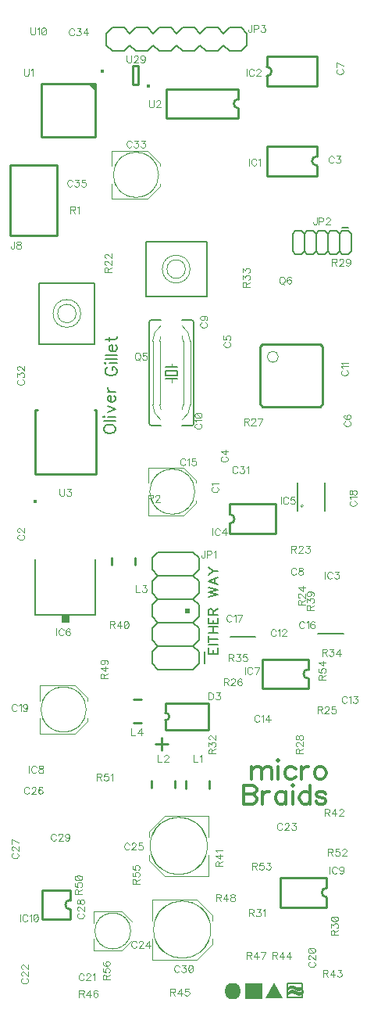
<source format=gbr>
G04 DipTrace 3.0.0.2*
G04 TopSilk.gbr*
%MOIN*%
G04 #@! TF.FileFunction,Legend,Top*
G04 #@! TF.Part,Single*
%ADD10C,0.009843*%
%ADD12C,0.003*%
%ADD15C,0.01*%
%ADD16C,0.008*%
%ADD21C,0.006*%
%ADD22O,0.070678X0.070197*%
%ADD25C,0.000013*%
%ADD26C,0.004*%
%ADD29C,0.002*%
%ADD40C,0.005*%
%ADD43O,0.016422X0.016542*%
%ADD46C,0.01541*%
%ADD50C,0.01543*%
%ADD102C,0.004632*%
%ADD103C,0.009264*%
%ADD105C,0.006176*%
%ADD106C,0.012351*%
%ADD107C,0.00772*%
%FSLAX26Y26*%
G04*
G70*
G90*
G75*
G01*
G04 TopSilk*
%LPD*%
X1026527Y2597273D2*
D25*
G02X1026527Y2597273I96464J0D01*
G01*
X1020618Y2634676D2*
D26*
Y2699635D1*
X1172212D1*
X1225364Y2646489D1*
Y2634676D1*
Y2559870D2*
Y2548057D1*
X1172212Y2494911D1*
X1020618D1*
Y2559870D1*
X1032436Y2630746D2*
G02X1213547Y2630746I90556J-33497D01*
G01*
X1032436Y2563801D2*
G03X1213547Y2563801I90556J33497D01*
G01*
X562439Y1668990D2*
D25*
G02X562439Y1668990I96464J0D01*
G01*
X556530Y1706393D2*
D26*
Y1771352D1*
X708124D1*
X761276Y1718205D1*
Y1706393D1*
Y1631587D2*
Y1619774D1*
X708124Y1566628D1*
X556530D1*
Y1631587D1*
X568348Y1702462D2*
G02X749459Y1702462I90556J-33497D01*
G01*
X568348Y1635517D2*
G03X749459Y1635517I90556J33497D01*
G01*
X792132Y725377D2*
D25*
G02X792132Y725377I76769J0D01*
G01*
X799999Y758845D2*
D26*
G02X937805Y758845I68903J-33484D01*
G01*
X799999Y691909D2*
G03X937805Y691909I68903J33483D01*
G01*
X786222Y758845D2*
Y808054D1*
X908275D1*
X951581Y764748D1*
Y686006D2*
X908275Y642700D1*
X786222D1*
Y691909D1*
X1028688Y1087654D2*
D25*
G02X1028688Y1087654I122036J0D01*
G01*
X1278688Y1050240D2*
D26*
Y959701D1*
X1089707D1*
X1022762Y1026620D1*
Y1050240D1*
Y1125067D2*
Y1148687D1*
X1089707Y1215607D1*
X1278688D1*
Y1125067D1*
X1266865Y1050240D2*
G02X1034584Y1050240I-116140J37416D01*
G01*
X1266865Y1125067D2*
G03X1034584Y1125067I-116140J-37416D01*
G01*
X1043043Y730999D2*
D25*
G02X1043043Y730999I122036J0D01*
G01*
X1037116Y768412D2*
D26*
Y858952D1*
X1226097D1*
X1293042Y792032D1*
Y768412D1*
Y693586D2*
Y669965D1*
X1226097Y603046D1*
X1037116D1*
Y693586D1*
X1048939Y768412D2*
G02X1281219Y768412I116140J-37416D01*
G01*
X1048939Y693586D2*
G03X1281219Y693586I116140J37416D01*
G01*
X871561Y3947232D2*
D25*
G02X871561Y3947232I96464J0D01*
G01*
X865652Y3984636D2*
D26*
Y4049595D1*
X1017246D1*
X1070398Y3996448D1*
Y3984636D1*
Y3909829D2*
Y3898017D1*
X1017246Y3844870D1*
X865652D1*
Y3909829D1*
X877470Y3980705D2*
G02X1058581Y3980705I90556J-33497D01*
G01*
X877470Y3913760D2*
G03X1058581Y3913760I90556J33497D01*
G01*
X1092978Y1583818D2*
D10*
X1278025D1*
Y1692097D1*
Y1694059D2*
X1092978D1*
Y1654696D1*
Y1583818D2*
Y1623181D1*
G03X1092978Y1654696I1844J15758D01*
G01*
X1739442Y4069699D2*
X1526842D1*
X1739442Y3943727D2*
X1526842D1*
Y4069699D2*
Y3943727D1*
X1739442Y4069699D2*
Y4026402D1*
Y3987024D2*
Y3943727D1*
Y4026402D2*
G03X1739442Y3987024I23J-19689D01*
G01*
X1526834Y4324828D2*
X1739434D1*
X1526834Y4450800D2*
X1739434D1*
Y4324828D2*
Y4450800D1*
X1526834Y4324828D2*
Y4368125D1*
Y4407503D2*
Y4450800D1*
Y4368125D2*
G03X1526834Y4407503I-23J19689D01*
G01*
X1368782Y2418156D2*
X1565633D1*
X1368782Y2544125D2*
X1565633D1*
Y2418156D2*
Y2544125D1*
X1368782Y2418156D2*
Y2461452D1*
Y2500829D2*
Y2544125D1*
Y2461452D2*
G03X1368782Y2500829I-3J19688D01*
G01*
X1671293Y2536760D2*
D25*
G02X1671293Y2536760I5652J0D01*
G01*
X1775502Y2516711D2*
D16*
Y2634807D1*
X1657391D2*
Y2516711D1*
G36*
X683455Y2067958D2*
X649496D1*
Y2037930D1*
X683455D1*
Y2067958D1*
G37*
X795473Y2307921D2*
D16*
Y2071927D1*
X537452D1*
X537477Y2307921D1*
X1703276Y1883554D2*
D10*
X1506425D1*
X1703276Y1757586D2*
X1506425D1*
Y1883554D2*
Y1757586D1*
X1703276Y1883554D2*
Y1840258D1*
Y1800882D2*
Y1757586D1*
Y1840258D2*
G03X1703276Y1800882I3J-19688D01*
G01*
X1781425Y952086D2*
X1584573D1*
X1781425Y826117D2*
X1584573D1*
Y952086D2*
Y826117D1*
X1781425Y952086D2*
Y908789D1*
Y869413D2*
Y826117D1*
Y908789D2*
G03X1781425Y869413I3J-19688D01*
G01*
X686057Y900089D2*
X567946D1*
X686057Y774121D2*
X567946D1*
Y900089D2*
Y774121D1*
X686057Y900089D2*
Y856793D1*
Y817417D2*
Y774121D1*
Y856793D2*
G03X686057Y817417I-13J-19688D01*
G01*
X629810Y3987828D2*
X429810D1*
Y3687828D1*
X629810D1*
Y3987828D1*
G36*
X1176536Y2080007D2*
X1196516D1*
Y2100007D1*
X1176536D1*
Y2080007D1*
G37*
X1211546Y1840007D2*
D21*
X1236543Y1865007D1*
Y1915007D2*
X1211546Y1940007D1*
X1236543Y1965007D1*
Y2015007D2*
X1211546Y2040007D1*
X1236543Y2065007D1*
Y2115007D2*
X1211546Y2140007D1*
X1236543Y2165007D1*
Y2215007D2*
X1211546Y2240007D1*
Y1840007D2*
X1061538D1*
X1036541Y1865007D1*
Y1915007D1*
X1061538Y1940007D1*
X1036541Y1965007D1*
Y2015007D1*
X1061538Y2040007D1*
X1036541Y2065007D1*
Y2115007D1*
X1061538Y2140007D1*
X1036541Y2165007D1*
Y2215007D1*
X1061538Y2240007D1*
Y1940007D2*
X1211546D1*
X1061538Y2040007D2*
X1211546D1*
X1061538Y2140007D2*
X1211546D1*
X1061538Y2240007D2*
X1211546D1*
X1236543Y2165007D2*
Y2215007D1*
Y2065007D2*
Y2115007D1*
Y1965007D2*
Y2015007D1*
Y1865007D2*
Y1915007D1*
X1211546Y2240007D2*
X1236543Y2265007D1*
Y2315007D2*
X1211546Y2340007D1*
X1061538Y2240007D2*
X1036541Y2265007D1*
Y2315007D1*
X1061538Y2340007D1*
X1211546D1*
X1236543Y2265007D2*
Y2315007D1*
X1261541Y1865007D2*
D16*
Y1915007D1*
X1886580Y3695744D2*
D21*
X1874080Y3708242D1*
X1849080D2*
X1836580Y3695744D1*
X1824080Y3708242D1*
X1799080D2*
X1786580Y3695744D1*
X1774080Y3708242D1*
X1749080D2*
X1736580Y3695744D1*
X1724080Y3708242D1*
X1699080D2*
X1686580Y3695744D1*
X1886580D2*
Y3620740D1*
X1874080Y3608241D1*
X1849080D1*
X1836580Y3620740D1*
X1824080Y3608241D1*
X1799080D1*
X1786580Y3620740D1*
X1774080Y3608241D1*
X1749080D1*
X1736580Y3620740D1*
X1724080Y3608241D1*
X1699080D1*
X1686580Y3620740D1*
X1836580D2*
Y3695744D1*
X1786580Y3620740D2*
Y3695744D1*
X1736580Y3620740D2*
Y3695744D1*
X1686580Y3620740D2*
Y3695744D1*
X1724080Y3708242D2*
X1699080D1*
X1774080D2*
X1749080D1*
X1824080D2*
X1799080D1*
X1874080D2*
X1849080D1*
X1686580Y3695744D2*
X1674080Y3708242D1*
X1649080D2*
X1636580Y3695744D1*
X1686580Y3620740D2*
X1674080Y3608241D1*
X1649080D1*
X1636580Y3620740D1*
Y3695744D1*
X1674080Y3708242D2*
X1649080D1*
X1874080Y3720741D2*
D16*
X1849080D1*
X1341122Y4549517D2*
X1366142Y4574517D1*
X1416122D1*
X1441142Y4549517D1*
Y4499517D2*
X1416122Y4474517D1*
X1366142D1*
X1341122Y4499517D1*
X1166162Y4574517D2*
X1216142D1*
X1241162Y4549517D1*
Y4499517D2*
X1216142Y4474517D1*
X1241162Y4549517D2*
X1266122Y4574517D1*
X1316162D1*
X1341122Y4549517D1*
Y4499517D2*
X1316162Y4474517D1*
X1266122D1*
X1241162Y4499517D1*
X1041122Y4549517D2*
X1066142Y4574517D1*
X1116122D1*
X1141142Y4549517D1*
Y4499517D2*
X1116122Y4474517D1*
X1066142D1*
X1041122Y4499517D1*
X1166162Y4574517D2*
X1141142Y4549517D1*
Y4499517D2*
X1166162Y4474517D1*
X1216142D2*
X1166162D1*
X866162Y4574517D2*
X916142D1*
X941162Y4549517D1*
Y4499517D2*
X916142Y4474517D1*
X941162Y4549517D2*
X966122Y4574517D1*
X1016162D1*
X1041122Y4549517D1*
Y4499517D2*
X1016162Y4474517D1*
X966122D1*
X941162Y4499517D1*
X841142Y4549517D2*
Y4499517D1*
X866162Y4574517D2*
X841142Y4549517D1*
Y4499517D2*
X866162Y4474517D1*
X916142D2*
X866162D1*
X1441142Y4549517D2*
Y4499517D1*
X1280162Y1333310D2*
D10*
Y1364795D1*
X1181729Y1333310D2*
Y1364795D1*
X1133399Y1333844D2*
Y1365329D1*
X1034966Y1333844D2*
Y1365329D1*
X963490Y2284633D2*
Y2316118D1*
X865057Y2284633D2*
Y2316118D1*
X989516Y1711530D2*
X958031D1*
X989516Y1613097D2*
X958031D1*
X1074542Y2902233D2*
D29*
G02X1039525Y2968372I44928J66126D01*
G01*
X1074542Y2878338D2*
D21*
X1034528D1*
X1039525Y3238356D2*
D29*
G02X1074542Y3304495I79908J32D01*
G01*
Y3328390D2*
D21*
X1034528D1*
X1169542Y3238356D2*
D29*
Y2968372D1*
X1199543Y3238356D2*
Y2968372D1*
X1069526D2*
Y3238356D1*
X1214534Y3318360D2*
D21*
Y2888368D1*
Y3318360D2*
G03X1204540Y3328390I-9998J32D01*
G01*
X1164526D1*
X1169542Y3238356D2*
D29*
G03X1164526Y3260186I-50328J-73D01*
G01*
X1069526Y3238356D2*
G02X1074542Y3260186I50027J-4D01*
G01*
X1199543Y3238356D2*
G03X1164526Y3304495I-79980J-6D01*
G01*
Y2902233D2*
G03X1199543Y2968372I-44981J66154D01*
G01*
X1164526Y2946542D2*
G03X1169542Y2968372I-44703J21763D01*
G01*
X1074542Y2946542D2*
G02X1069526Y2968372I45523J21951D01*
G01*
X1204540Y2878338D2*
D21*
X1164526D1*
X1204540D2*
G03X1214534Y2888368I-70J10064D01*
G01*
X1039525Y2968372D2*
D29*
Y3238356D1*
X1024534Y3318360D2*
D21*
Y2888368D1*
Y3318360D2*
G02X1034528Y3328390I10031J-1D01*
G01*
Y2878338D2*
G02X1024534Y2888368I37J10031D01*
G01*
X1094530Y3093393D2*
X1144538D1*
Y3113335D1*
X1094530D1*
Y3093393D1*
Y3078348D2*
X1119534D1*
X1144538D1*
X1119534D2*
D29*
Y3063362D1*
X1094530Y3128380D2*
D21*
X1119534D1*
X1144538D1*
X1119534D2*
D29*
Y3143366D1*
X613773Y3356503D2*
D25*
G02X613773Y3356503I59197J0D01*
G01*
X633592D2*
G02X633592Y3356503I39378J0D01*
G01*
X791080Y3486424D2*
D40*
Y3226582D1*
X554860D1*
Y3486424D1*
X791080D1*
X1080297Y3545705D2*
D25*
G02X1080297Y3545705I59173J0D01*
G01*
X1100100D2*
G02X1100100Y3545705I39370J0D01*
G01*
X1009549Y3663815D2*
D40*
X1269391D1*
Y3427595D1*
X1009549D1*
Y3663815D1*
X792712Y4337071D2*
D10*
X564349D1*
Y4108748D1*
X792712D1*
Y4337071D1*
D43*
X823827Y4388725D3*
G36*
X792712Y4337071D2*
X761219D1*
X792712Y4305579D1*
Y4337071D1*
G37*
X1405556Y4313583D2*
D10*
X1098437D1*
X1405556Y4187611D2*
X1098437D1*
Y4313583D2*
Y4187611D1*
X1405556Y4313583D2*
Y4270286D1*
Y4230909D2*
Y4187611D1*
Y4270286D2*
G03X1405556Y4230909I2J-19689D01*
G01*
X538251Y2671126D2*
X798093D1*
X538251Y2946715D2*
Y2671126D1*
Y2946715D2*
X546116D1*
X798093D2*
Y2671126D1*
Y2946715D2*
X790228D1*
D46*
X539184Y2556180D3*
D50*
X1021414Y4323934D3*
X979142Y4333133D2*
D10*
Y4411862D1*
X955482D1*
Y4333133D1*
X979142D1*
X1528505Y3171600D2*
D25*
G02X1528505Y3171600I23619J0D01*
G01*
X1752914Y3225738D2*
D15*
X1763761Y3214892D1*
Y2970809D1*
X1752914Y2959963D1*
X1508832D1*
X1497985Y2970809D1*
Y3214892D1*
X1508832Y3225738D1*
X1752914D1*
X1372433Y1979439D2*
D21*
X1477919D1*
G36*
X1434604Y502428D2*
X1506053D1*
Y436475D1*
X1434604D1*
Y502428D1*
G37*
G36*
X1595538Y437870D2*
X1521961D1*
X1557118Y503837D1*
X1595538Y437870D1*
G37*
D22*
X1381875Y467840D3*
X1615773Y500782D2*
D16*
X1678369D1*
Y441377D1*
X1615773D1*
Y500782D1*
X1745495Y1991660D2*
D21*
X1854840D1*
X1628211Y493068D2*
D12*
X1635711D1*
X1624814Y491568D2*
X1640096D1*
X1622012Y490068D2*
X1643958D1*
X1677711D2*
X1679211D1*
X1619844Y488568D2*
X1647435D1*
X1675876D2*
X1679211D1*
X1618201Y487068D2*
X1651028D1*
X1673353D2*
X1679206D1*
X1616974Y485568D2*
X1655729D1*
X1669234D2*
X1679153D1*
X1616052Y484068D2*
X1662349D1*
X1662900D2*
X1678956D1*
X1615401Y482568D2*
X1678538D1*
X1615026Y481068D2*
X1625274D1*
X1637211D2*
X1677898D1*
X1614843Y479568D2*
X1622525D1*
X1640217D2*
X1676974D1*
X1614762Y478068D2*
X1620129D1*
X1643276D2*
X1675639D1*
X1614729Y476568D2*
X1618088D1*
X1646525D2*
X1673846D1*
X1614711Y475068D2*
X1616211D1*
X1650129D2*
X1671574D1*
X1654088Y473568D2*
X1668797D1*
X1658211Y472068D2*
X1665711D1*
X1630024Y473858D2*
X1637524D1*
X1626626Y472358D2*
X1641909D1*
X1623824Y470858D2*
X1645770D1*
X1679524D2*
X1681024D1*
X1621656Y469358D2*
X1649247D1*
X1677688D2*
X1681024D1*
X1620013Y467858D2*
X1652841D1*
X1675165D2*
X1681018D1*
X1618786Y466358D2*
X1657542D1*
X1671047D2*
X1680965D1*
X1617864Y464858D2*
X1664161D1*
X1664712D2*
X1680768D1*
X1617214Y463358D2*
X1680350D1*
X1616839Y461858D2*
X1627087D1*
X1639024D2*
X1679710D1*
X1616655Y460358D2*
X1624337D1*
X1642030D2*
X1678787D1*
X1616575Y458858D2*
X1621941D1*
X1645088D2*
X1677451D1*
X1616542Y457358D2*
X1619901D1*
X1648338D2*
X1675659D1*
X1616524Y455858D2*
X1618024D1*
X1651941D2*
X1673386D1*
X1655901Y454358D2*
X1670609D1*
X1660024Y452858D2*
X1667524D1*
X1628211Y493068D2*
X1624814Y491568D1*
X1622012Y490068D1*
X1619844Y488568D1*
X1618201Y487068D1*
X1616974Y485568D1*
X1616052Y484068D1*
X1615401Y482568D1*
X1615026Y481068D1*
X1614843Y479568D1*
X1614762Y478068D1*
X1614729Y476568D1*
X1614711Y475068D1*
X1635711Y493068D2*
X1640096Y491568D1*
X1643958Y490068D1*
X1647435Y488568D1*
X1651028Y487068D1*
X1655729Y485568D1*
X1662349Y484068D1*
X1670211Y482568D1*
X1677711Y490068D2*
X1675876Y488568D1*
X1673353Y487068D1*
X1669234Y485568D1*
X1662900Y484068D1*
X1655211Y482568D1*
X1679211Y490068D2*
Y488568D1*
X1679206Y487068D1*
X1679153Y485568D1*
X1678956Y484068D1*
X1678538Y482568D1*
X1677898Y481068D1*
X1676974Y479568D1*
X1675639Y478068D1*
X1673846Y476568D1*
X1671574Y475068D1*
X1668797Y473568D1*
X1665711Y472068D1*
X1628211Y482568D2*
X1625274Y481068D1*
X1622525Y479568D1*
X1620129Y478068D1*
X1618088Y476568D1*
X1616211Y475068D1*
X1634211Y482568D2*
X1637211Y481068D1*
X1640217Y479568D1*
X1643276Y478068D1*
X1646525Y476568D1*
X1650129Y475068D1*
X1654088Y473568D1*
X1658211Y472068D1*
X1630024Y473858D2*
X1626626Y472358D1*
X1623824Y470858D1*
X1621656Y469358D1*
X1620013Y467858D1*
X1618786Y466358D1*
X1617864Y464858D1*
X1617214Y463358D1*
X1616839Y461858D1*
X1616655Y460358D1*
X1616575Y458858D1*
X1616542Y457358D1*
X1616524Y455858D1*
X1637524Y473858D2*
X1641909Y472358D1*
X1645770Y470858D1*
X1649247Y469358D1*
X1652841Y467858D1*
X1657542Y466358D1*
X1664161Y464858D1*
X1672024Y463358D1*
X1679524Y470858D2*
X1677688Y469358D1*
X1675165Y467858D1*
X1671047Y466358D1*
X1664712Y464858D1*
X1657024Y463358D1*
X1681024Y470858D2*
Y469358D1*
X1681018Y467858D1*
X1680965Y466358D1*
X1680768Y464858D1*
X1680350Y463358D1*
X1679710Y461858D1*
X1678787Y460358D1*
X1677451Y458858D1*
X1675659Y457358D1*
X1673386Y455858D1*
X1670609Y454358D1*
X1667524Y452858D1*
X1630024Y463358D2*
X1627087Y461858D1*
X1624337Y460358D1*
X1621941Y458858D1*
X1619901Y457358D1*
X1618024Y455858D1*
X1636024Y463358D2*
X1639024Y461858D1*
X1642030Y460358D1*
X1645088Y458858D1*
X1648338Y457358D1*
X1651941Y455858D1*
X1655901Y454358D1*
X1660024Y452858D1*
X1297233Y2616911D2*
D102*
X1294381Y2615485D1*
X1291496Y2612600D1*
X1290070Y2609748D1*
Y2604011D1*
X1291496Y2601126D1*
X1294381Y2598274D1*
X1297233Y2596815D1*
X1301544Y2595389D1*
X1308740D1*
X1313018Y2596815D1*
X1315903Y2598274D1*
X1318755Y2601126D1*
X1320214Y2604011D1*
Y2609748D1*
X1318755Y2612600D1*
X1315903Y2615485D1*
X1313018Y2616911D1*
X1295841Y2626174D2*
X1294381Y2629059D1*
X1290104Y2633370D1*
X1320214D1*
X469585Y2413353D2*
X466733Y2411927D1*
X463848Y2409042D1*
X462422Y2406190D1*
Y2400453D1*
X463848Y2397568D1*
X466733Y2394716D1*
X469585Y2393257D1*
X473896Y2391831D1*
X481092D1*
X485370Y2393257D1*
X488255Y2394716D1*
X491107Y2397568D1*
X492566Y2400453D1*
Y2406190D1*
X491107Y2409042D1*
X488255Y2411927D1*
X485370Y2413353D1*
X469618Y2424076D2*
X468192D1*
X465307Y2425502D1*
X463881Y2426928D1*
X462455Y2429813D1*
Y2435550D1*
X463881Y2438402D1*
X465307Y2439828D1*
X468192Y2441287D1*
X471044D1*
X473929Y2439828D1*
X478207Y2436976D1*
X492566Y2422617D1*
Y2442713D1*
X1812654Y4020203D2*
X1811228Y4023055D1*
X1808343Y4025940D1*
X1805491Y4027366D1*
X1799754D1*
X1796869Y4025940D1*
X1794017Y4023055D1*
X1792558Y4020203D1*
X1791132Y4015892D1*
Y4008696D1*
X1792558Y4004418D1*
X1794017Y4001533D1*
X1796869Y3998681D1*
X1799754Y3997222D1*
X1805491D1*
X1808343Y3998681D1*
X1811228Y4001533D1*
X1812654Y4004418D1*
X1824802Y4027333D2*
X1840554D1*
X1831965Y4015859D1*
X1836276D1*
X1839128Y4014433D1*
X1840554Y4013007D1*
X1842013Y4008696D1*
Y4005844D1*
X1840554Y4001533D1*
X1837702Y3998648D1*
X1833391Y3997222D1*
X1829080D1*
X1824802Y3998648D1*
X1823376Y4000107D1*
X1821917Y4002959D1*
X1336740Y2746285D2*
X1333888Y2744859D1*
X1331003Y2741974D1*
X1329577Y2739122D1*
Y2733385D1*
X1331003Y2730500D1*
X1333888Y2727648D1*
X1336740Y2726189D1*
X1341051Y2724763D1*
X1348247D1*
X1352525Y2726189D1*
X1355410Y2727648D1*
X1358262Y2730500D1*
X1359721Y2733385D1*
Y2739122D1*
X1358262Y2741973D1*
X1355410Y2744859D1*
X1352525Y2746285D1*
X1359721Y2769907D2*
X1329610D1*
X1349673Y2755548D1*
Y2777070D1*
X1348939Y3234159D2*
X1346087Y3232733D1*
X1343202Y3229848D1*
X1341776Y3226996D1*
Y3221259D1*
X1343202Y3218374D1*
X1346087Y3215522D1*
X1348939Y3214063D1*
X1353250Y3212637D1*
X1360446D1*
X1364724Y3214063D1*
X1367609Y3215522D1*
X1370461Y3218374D1*
X1371920Y3221259D1*
Y3226996D1*
X1370461Y3229848D1*
X1367609Y3232733D1*
X1364724Y3234159D1*
X1341810Y3260633D2*
Y3246308D1*
X1354709Y3244882D1*
X1353284Y3246308D1*
X1351824Y3250619D1*
Y3254896D1*
X1353284Y3259207D1*
X1356135Y3262092D1*
X1360446Y3263518D1*
X1363298D1*
X1367609Y3262092D1*
X1370494Y3259207D1*
X1371920Y3254896D1*
Y3250618D1*
X1370494Y3246307D1*
X1369035Y3244882D1*
X1366183Y3243422D1*
X1862321Y2897285D2*
X1859469Y2895859D1*
X1856584Y2892974D1*
X1855158Y2890122D1*
Y2884385D1*
X1856584Y2881500D1*
X1859469Y2878648D1*
X1862321Y2877189D1*
X1866632Y2875763D1*
X1873828D1*
X1878106Y2877189D1*
X1880991Y2878648D1*
X1883843Y2881500D1*
X1885302Y2884385D1*
Y2890122D1*
X1883843Y2892974D1*
X1880991Y2895859D1*
X1878106Y2897285D1*
X1859469Y2923759D2*
X1856617Y2922333D1*
X1855191Y2918022D1*
Y2915170D1*
X1856617Y2910859D1*
X1860928Y2907974D1*
X1868091Y2906548D1*
X1875254D1*
X1880991Y2907974D1*
X1883876Y2910859D1*
X1885302Y2915170D1*
Y2916596D1*
X1883876Y2920874D1*
X1880991Y2923759D1*
X1876680Y2925185D1*
X1875254D1*
X1870943Y2923759D1*
X1868091Y2920874D1*
X1866665Y2916596D1*
Y2915170D1*
X1868091Y2910859D1*
X1870943Y2907974D1*
X1875254Y2906548D1*
X1830872Y4397353D2*
X1828020Y4395927D1*
X1825135Y4393042D1*
X1823709Y4390190D1*
Y4384453D1*
X1825135Y4381568D1*
X1828020Y4378716D1*
X1830872Y4377257D1*
X1835183Y4375831D1*
X1842379D1*
X1846657Y4377257D1*
X1849542Y4378716D1*
X1852394Y4381568D1*
X1853853Y4384453D1*
Y4390190D1*
X1852394Y4393042D1*
X1849542Y4395927D1*
X1846657Y4397353D1*
X1853853Y4412354D2*
X1823743Y4426713D1*
Y4406617D1*
X1652085Y2265838D2*
X1650659Y2268690D1*
X1647774Y2271575D1*
X1644922Y2273001D1*
X1639185D1*
X1636300Y2271575D1*
X1633448Y2268690D1*
X1631989Y2265838D1*
X1630563Y2261527D1*
Y2254331D1*
X1631989Y2250053D1*
X1633448Y2247168D1*
X1636300Y2244316D1*
X1639185Y2242857D1*
X1644922D1*
X1647774Y2244316D1*
X1650659Y2247168D1*
X1652085Y2250053D1*
X1668511Y2272968D2*
X1664233Y2271542D1*
X1662774Y2268690D1*
Y2265805D1*
X1664233Y2262953D1*
X1667085Y2261494D1*
X1672822Y2260068D1*
X1677133Y2258642D1*
X1679985Y2255757D1*
X1681411Y2252905D1*
Y2248594D1*
X1679985Y2245742D1*
X1678559Y2244283D1*
X1674248Y2242857D1*
X1668511D1*
X1664233Y2244283D1*
X1662774Y2245742D1*
X1661348Y2248594D1*
Y2252905D1*
X1662774Y2255757D1*
X1665659Y2258642D1*
X1669937Y2260068D1*
X1675674Y2261494D1*
X1678559Y2262953D1*
X1679985Y2265805D1*
Y2268690D1*
X1678559Y2271542D1*
X1674248Y2272968D1*
X1668511D1*
X1249206Y3318125D2*
X1246354Y3316699D1*
X1243469Y3313814D1*
X1242043Y3310962D1*
Y3305225D1*
X1243469Y3302340D1*
X1246354Y3299488D1*
X1249206Y3298029D1*
X1253517Y3296603D1*
X1260713D1*
X1264991Y3298029D1*
X1267876Y3299488D1*
X1270728Y3302340D1*
X1272187Y3305225D1*
Y3310962D1*
X1270728Y3313814D1*
X1267876Y3316699D1*
X1264991Y3318125D1*
X1252091Y3346059D2*
X1256402Y3344600D1*
X1259287Y3341748D1*
X1260713Y3337437D1*
Y3336011D1*
X1259287Y3331700D1*
X1256402Y3328848D1*
X1252091Y3327389D1*
X1250665D1*
X1246354Y3328848D1*
X1243502Y3331700D1*
X1242076Y3336011D1*
Y3337437D1*
X1243502Y3341748D1*
X1246354Y3344600D1*
X1252091Y3346059D1*
X1259287D1*
X1266450Y3344600D1*
X1270761Y3341748D1*
X1272187Y3337437D1*
Y3334585D1*
X1270761Y3330274D1*
X1267876Y3328848D1*
X1226035Y2886403D2*
X1223183Y2884977D1*
X1220298Y2882092D1*
X1218872Y2879240D1*
Y2873503D1*
X1220298Y2870618D1*
X1223183Y2867766D1*
X1226035Y2866307D1*
X1230346Y2864881D1*
X1237542D1*
X1241820Y2866307D1*
X1244705Y2867766D1*
X1247557Y2870618D1*
X1249016Y2873503D1*
Y2879240D1*
X1247557Y2882092D1*
X1244705Y2884977D1*
X1241820Y2886403D1*
X1224642Y2895666D2*
X1223183Y2898551D1*
X1218905Y2902862D1*
X1249016D1*
X1218905Y2920748D2*
X1220331Y2916437D1*
X1224642Y2913552D1*
X1231805Y2912126D1*
X1236116D1*
X1243279Y2913552D1*
X1247590Y2916437D1*
X1249016Y2920748D1*
Y2923600D1*
X1247590Y2927911D1*
X1243279Y2930763D1*
X1236116Y2932222D1*
X1231805D1*
X1224642Y2930763D1*
X1220331Y2927911D1*
X1218905Y2923600D1*
Y2920748D1*
X1224642Y2930763D2*
X1243279Y2913552D1*
X1850967Y3114050D2*
X1848115Y3112624D1*
X1845230Y3109739D1*
X1843804Y3106887D1*
Y3101150D1*
X1845230Y3098265D1*
X1848115Y3095413D1*
X1850967Y3093954D1*
X1855278Y3092528D1*
X1862474D1*
X1866752Y3093954D1*
X1869637Y3095413D1*
X1872489Y3098265D1*
X1873948Y3101150D1*
Y3106887D1*
X1872489Y3109739D1*
X1869637Y3112624D1*
X1866752Y3114050D1*
X1849574Y3123313D2*
X1848115Y3126198D1*
X1843837Y3130509D1*
X1873948D1*
X1849574Y3139773D2*
X1848115Y3142658D1*
X1843837Y3146969D1*
X1873948D1*
X1565174Y2003728D2*
X1563748Y2006580D1*
X1560863Y2009465D1*
X1558011Y2010891D1*
X1552275D1*
X1549389Y2009465D1*
X1546538Y2006580D1*
X1545078Y2003728D1*
X1543652Y1999417D1*
Y1992221D1*
X1545078Y1987943D1*
X1546538Y1985058D1*
X1549389Y1982206D1*
X1552275Y1980747D1*
X1558011D1*
X1560863Y1982206D1*
X1563748Y1985058D1*
X1565174Y1987943D1*
X1574438Y2005121D2*
X1577323Y2006580D1*
X1581634Y2010858D1*
Y1980747D1*
X1592357Y2003695D2*
Y2005121D1*
X1593783Y2008006D1*
X1595209Y2009432D1*
X1598094Y2010858D1*
X1603831D1*
X1606683Y2009432D1*
X1608109Y2008006D1*
X1609568Y2005121D1*
Y2002269D1*
X1608109Y1999384D1*
X1605257Y1995106D1*
X1590898Y1980747D1*
X1610994D1*
X1868401Y1719551D2*
X1866976Y1722403D1*
X1864090Y1725288D1*
X1861239Y1726714D1*
X1855502D1*
X1852616Y1725288D1*
X1849765Y1722403D1*
X1848305Y1719551D1*
X1846880Y1715240D1*
Y1708044D1*
X1848305Y1703766D1*
X1849765Y1700881D1*
X1852616Y1698029D1*
X1855502Y1696570D1*
X1861239D1*
X1864090Y1698029D1*
X1866976Y1700881D1*
X1868401Y1703766D1*
X1877665Y1720943D2*
X1880550Y1722403D1*
X1884861Y1726680D1*
Y1696570D1*
X1897010Y1726680D2*
X1912762D1*
X1904173Y1715206D1*
X1908484D1*
X1911336Y1713781D1*
X1912762Y1712355D1*
X1914221Y1708044D1*
Y1705192D1*
X1912762Y1700881D1*
X1909910Y1697996D1*
X1905599Y1696570D1*
X1901288D1*
X1897010Y1697996D1*
X1895584Y1699455D1*
X1894125Y1702307D1*
X1495459Y1638727D2*
X1494033Y1641578D1*
X1491148Y1644463D1*
X1488296Y1645889D1*
X1482559D1*
X1479674Y1644463D1*
X1476822Y1641578D1*
X1475363Y1638727D1*
X1473937Y1634415D1*
Y1627219D1*
X1475363Y1622942D1*
X1476822Y1620056D1*
X1479674Y1617205D1*
X1482559Y1615745D1*
X1488296D1*
X1491148Y1617205D1*
X1494033Y1620056D1*
X1495459Y1622942D1*
X1504722Y1640119D2*
X1507607Y1641578D1*
X1511918Y1645856D1*
Y1615745D1*
X1535541D2*
Y1645856D1*
X1521182Y1625793D1*
X1542704D1*
X1179101Y2732262D2*
X1177675Y2735114D1*
X1174790Y2737999D1*
X1171938Y2739425D1*
X1166201D1*
X1163316Y2737999D1*
X1160464Y2735114D1*
X1159005Y2732262D1*
X1157579Y2727951D1*
Y2720755D1*
X1159005Y2716477D1*
X1160464Y2713592D1*
X1163316Y2710740D1*
X1166201Y2709281D1*
X1171938D1*
X1174790Y2710740D1*
X1177675Y2713592D1*
X1179101Y2716477D1*
X1188364Y2733655D2*
X1191250Y2735114D1*
X1195561Y2739392D1*
Y2709281D1*
X1222035Y2739392D2*
X1207709D1*
X1206283Y2726492D1*
X1207709Y2727918D1*
X1212020Y2729377D1*
X1216298D1*
X1220609Y2727918D1*
X1223494Y2725066D1*
X1224920Y2720755D1*
Y2717903D1*
X1223494Y2713592D1*
X1220609Y2710707D1*
X1216298Y2709281D1*
X1212020D1*
X1207709Y2710707D1*
X1206283Y2712166D1*
X1204824Y2715018D1*
X1686741Y2037817D2*
X1685315Y2040669D1*
X1682430Y2043554D1*
X1679578Y2044980D1*
X1673841D1*
X1670956Y2043554D1*
X1668104Y2040669D1*
X1666645Y2037817D1*
X1665219Y2033506D1*
Y2026310D1*
X1666645Y2022032D1*
X1668104Y2019147D1*
X1670956Y2016295D1*
X1673841Y2014836D1*
X1679578D1*
X1682430Y2016295D1*
X1685315Y2019147D1*
X1686741Y2022032D1*
X1696005Y2039210D2*
X1698890Y2040669D1*
X1703201Y2044947D1*
Y2014836D1*
X1729675Y2040669D2*
X1728249Y2043521D1*
X1723938Y2044947D1*
X1721086D1*
X1716775Y2043521D1*
X1713890Y2039210D1*
X1712464Y2032047D1*
Y2024884D1*
X1713890Y2019147D1*
X1716775Y2016262D1*
X1721086Y2014836D1*
X1722512D1*
X1726790Y2016262D1*
X1729675Y2019147D1*
X1731101Y2023458D1*
Y2024884D1*
X1729675Y2029195D1*
X1726790Y2032047D1*
X1722512Y2033473D1*
X1721086D1*
X1716775Y2032047D1*
X1713890Y2029195D1*
X1712464Y2024884D1*
X1376207Y2065657D2*
X1374781Y2068509D1*
X1371896Y2071394D1*
X1369044Y2072820D1*
X1363307D1*
X1360422Y2071394D1*
X1357570Y2068509D1*
X1356111Y2065657D1*
X1354685Y2061346D1*
Y2054150D1*
X1356111Y2049872D1*
X1357570Y2046987D1*
X1360422Y2044135D1*
X1363307Y2042676D1*
X1369044D1*
X1371896Y2044135D1*
X1374781Y2046987D1*
X1376207Y2049872D1*
X1385471Y2067050D2*
X1388356Y2068509D1*
X1392667Y2072787D1*
Y2042676D1*
X1407667D2*
X1422026Y2072787D1*
X1401930D1*
X1886517Y2557625D2*
X1883665Y2556200D1*
X1880780Y2553314D1*
X1879354Y2550463D1*
Y2544726D1*
X1880780Y2541841D1*
X1883665Y2538989D1*
X1886517Y2537530D1*
X1890828Y2536104D1*
X1898024D1*
X1902302Y2537530D1*
X1905187Y2538989D1*
X1908039Y2541841D1*
X1909498Y2544726D1*
Y2550463D1*
X1908039Y2553314D1*
X1905187Y2556199D1*
X1902302Y2557625D1*
X1885124Y2566889D2*
X1883665Y2569774D1*
X1879387Y2574085D1*
X1909498D1*
X1879387Y2590512D2*
X1880813Y2586234D1*
X1883665Y2584775D1*
X1886550D1*
X1889402Y2586234D1*
X1890861Y2589086D1*
X1892287Y2594823D1*
X1893713Y2599134D1*
X1896598Y2601985D1*
X1899450Y2603411D1*
X1903761D1*
X1906613Y2601985D1*
X1908072Y2600560D1*
X1909498Y2596248D1*
Y2590512D1*
X1908072Y2586234D1*
X1906613Y2584775D1*
X1903761Y2583349D1*
X1899450D1*
X1896598Y2584775D1*
X1893713Y2587660D1*
X1892287Y2591937D1*
X1890861Y2597674D1*
X1889402Y2600560D1*
X1886550Y2601985D1*
X1883665Y2601986D1*
X1880813Y2600560D1*
X1879387Y2596249D1*
Y2590512D1*
X459453Y1685059D2*
X458027Y1687910D1*
X455142Y1690796D1*
X452290Y1692221D1*
X446553D1*
X443668Y1690796D1*
X440816Y1687910D1*
X439357Y1685059D1*
X437931Y1680748D1*
Y1673551D1*
X439357Y1669274D1*
X440816Y1666388D1*
X443668Y1663537D1*
X446553Y1662077D1*
X452290D1*
X455142Y1663537D1*
X458027Y1666388D1*
X459453Y1669274D1*
X468717Y1686451D2*
X471602Y1687910D1*
X475913Y1692188D1*
Y1662077D1*
X503846Y1682173D2*
X502387Y1677862D1*
X499535Y1674977D1*
X495224Y1673551D1*
X493798D1*
X489487Y1674977D1*
X486635Y1677862D1*
X485176Y1682173D1*
Y1683599D1*
X486635Y1687910D1*
X489487Y1690762D1*
X493798Y1692188D1*
X495224D1*
X499535Y1690762D1*
X502387Y1687910D1*
X503846Y1682173D1*
Y1674977D1*
X502387Y1667814D1*
X499535Y1663503D1*
X495224Y1662077D1*
X492372D1*
X488061Y1663503D1*
X486635Y1666388D1*
X1710514Y593399D2*
X1707662Y591973D1*
X1704777Y589088D1*
X1703351Y586236D1*
Y580499D1*
X1704777Y577614D1*
X1707662Y574762D1*
X1710514Y573303D1*
X1714825Y571877D1*
X1722021D1*
X1726299Y573303D1*
X1729184Y574762D1*
X1732036Y577614D1*
X1733495Y580499D1*
Y586236D1*
X1732036Y589088D1*
X1729184Y591973D1*
X1726299Y593399D1*
X1710547Y604122D2*
X1709121D1*
X1706236Y605548D1*
X1704810Y606974D1*
X1703384Y609859D1*
Y615596D1*
X1704810Y618448D1*
X1706236Y619874D1*
X1709121Y621333D1*
X1711973D1*
X1714858Y619874D1*
X1719136Y617022D1*
X1733495Y602663D1*
Y622759D1*
X1703384Y640644D2*
X1704810Y636333D1*
X1709121Y633448D1*
X1716284Y632022D1*
X1720595D1*
X1727758Y633448D1*
X1732069Y636333D1*
X1733495Y640644D1*
Y643496D1*
X1732069Y647807D1*
X1727758Y650659D1*
X1720595Y652118D1*
X1716284D1*
X1709121Y650659D1*
X1704810Y647807D1*
X1703384Y643496D1*
Y640644D1*
X1709121Y650659D2*
X1727758Y633448D1*
X745203Y536956D2*
X743777Y539808D1*
X740892Y542693D1*
X738040Y544119D1*
X732303D1*
X729418Y542693D1*
X726566Y539808D1*
X725107Y536956D1*
X723681Y532645D1*
Y525449D1*
X725107Y521171D1*
X726566Y518286D1*
X729418Y515434D1*
X732303Y513975D1*
X738040D1*
X740892Y515434D1*
X743777Y518286D1*
X745203Y521171D1*
X755926Y536923D2*
Y538349D1*
X757352Y541234D1*
X758778Y542660D1*
X761663Y544086D1*
X767400D1*
X770252Y542660D1*
X771678Y541234D1*
X773137Y538349D1*
Y535497D1*
X771678Y532612D1*
X768826Y528334D1*
X754467Y513975D1*
X774563D1*
X783826Y538349D2*
X786711Y539808D1*
X791022Y544086D1*
Y513975D1*
X484959Y523449D2*
X482107Y522023D1*
X479222Y519138D1*
X477796Y516286D1*
Y510549D1*
X479222Y507664D1*
X482107Y504812D1*
X484959Y503353D1*
X489270Y501927D1*
X496466D1*
X500744Y503353D1*
X503629Y504812D1*
X506481Y507664D1*
X507940Y510549D1*
Y516286D1*
X506481Y519138D1*
X503629Y522023D1*
X500744Y523449D1*
X484992Y534172D2*
X483566D1*
X480681Y535598D1*
X479255Y537024D1*
X477829Y539909D1*
Y545646D1*
X479255Y548497D1*
X480681Y549923D1*
X483566Y551383D1*
X486418D1*
X489303Y549923D1*
X493581Y547071D1*
X507940Y532712D1*
Y552808D1*
X484992Y563531D2*
X483566D1*
X480681Y564957D1*
X479255Y566383D1*
X477829Y569268D1*
Y575005D1*
X479255Y577857D1*
X480681Y579283D1*
X483566Y580742D1*
X486418D1*
X489303Y579283D1*
X493581Y576431D1*
X507940Y562072D1*
Y582168D1*
X1592500Y1178262D2*
X1591074Y1181114D1*
X1588189Y1183999D1*
X1585337Y1185425D1*
X1579600D1*
X1576715Y1183999D1*
X1573863Y1181114D1*
X1572404Y1178262D1*
X1570978Y1173951D1*
Y1166755D1*
X1572404Y1162477D1*
X1573863Y1159592D1*
X1576715Y1156740D1*
X1579600Y1155281D1*
X1585337D1*
X1588189Y1156740D1*
X1591074Y1159592D1*
X1592500Y1162477D1*
X1603223Y1178229D2*
Y1179655D1*
X1604649Y1182540D1*
X1606075Y1183966D1*
X1608960Y1185392D1*
X1614697D1*
X1617549Y1183966D1*
X1618975Y1182540D1*
X1620434Y1179655D1*
Y1176803D1*
X1618975Y1173918D1*
X1616123Y1169640D1*
X1601764Y1155281D1*
X1621860D1*
X1634008Y1185392D2*
X1649760D1*
X1641171Y1173918D1*
X1645482D1*
X1648334Y1172492D1*
X1649760Y1171066D1*
X1651219Y1166755D1*
Y1163903D1*
X1649760Y1159592D1*
X1646908Y1156707D1*
X1642597Y1155281D1*
X1638286D1*
X1634008Y1156707D1*
X1632582Y1158166D1*
X1631123Y1161018D1*
X970376Y676181D2*
X968950Y679032D1*
X966065Y681918D1*
X963213Y683344D1*
X957476D1*
X954591Y681918D1*
X951739Y679032D1*
X950280Y676181D1*
X948854Y671870D1*
Y664673D1*
X950280Y660396D1*
X951739Y657511D1*
X954591Y654659D1*
X957476Y653200D1*
X963213D1*
X966065Y654659D1*
X968950Y657511D1*
X970376Y660396D1*
X981099Y676147D2*
Y677573D1*
X982525Y680458D1*
X983951Y681884D1*
X986836Y683310D1*
X992573D1*
X995425Y681884D1*
X996851Y680458D1*
X998310Y677573D1*
Y674721D1*
X996851Y671836D1*
X993999Y667559D1*
X979640Y653200D1*
X999736D1*
X1023358D2*
Y683310D1*
X1008999Y663248D1*
X1030521D1*
X939385Y1093581D2*
X937959Y1096433D1*
X935074Y1099318D1*
X932222Y1100744D1*
X926485D1*
X923600Y1099318D1*
X920748Y1096433D1*
X919289Y1093581D1*
X917863Y1089270D1*
Y1082074D1*
X919289Y1077796D1*
X920748Y1074911D1*
X923600Y1072059D1*
X926485Y1070600D1*
X932222D1*
X935074Y1072059D1*
X937959Y1074911D1*
X939385Y1077796D1*
X950107Y1093548D2*
Y1094974D1*
X951533Y1097859D1*
X952959Y1099285D1*
X955844Y1100711D1*
X961581D1*
X964433Y1099285D1*
X965859Y1097859D1*
X967318Y1094974D1*
Y1092122D1*
X965859Y1089237D1*
X963007Y1084959D1*
X948648Y1070600D1*
X968744D1*
X995219Y1100711D2*
X980893D1*
X979467Y1087811D1*
X980893Y1089237D1*
X985204Y1090696D1*
X989482D1*
X993793Y1089237D1*
X996678Y1086385D1*
X998104Y1082074D1*
Y1079222D1*
X996678Y1074911D1*
X993793Y1072026D1*
X989482Y1070600D1*
X985204D1*
X980893Y1072026D1*
X979467Y1073485D1*
X978008Y1076337D1*
X512525Y1332060D2*
X511099Y1334912D1*
X508214Y1337797D1*
X505362Y1339223D1*
X499625D1*
X496740Y1337797D1*
X493888Y1334912D1*
X492429Y1332060D1*
X491003Y1327749D1*
Y1320553D1*
X492429Y1316275D1*
X493888Y1313390D1*
X496740Y1310538D1*
X499625Y1309079D1*
X505362D1*
X508214Y1310538D1*
X511099Y1313390D1*
X512525Y1316275D1*
X523248Y1332027D2*
Y1333453D1*
X524674Y1336338D1*
X526099Y1337764D1*
X528985Y1339190D1*
X534722D1*
X537573Y1337764D1*
X538999Y1336338D1*
X540458Y1333453D1*
Y1330601D1*
X538999Y1327716D1*
X536147Y1323438D1*
X521788Y1309079D1*
X541884D1*
X568359Y1334912D2*
X566933Y1337764D1*
X562622Y1339190D1*
X559770D1*
X555459Y1337764D1*
X552574Y1333453D1*
X551148Y1326290D1*
Y1319127D1*
X552574Y1313390D1*
X555459Y1310505D1*
X559770Y1309079D1*
X561196D1*
X565474Y1310505D1*
X568359Y1313390D1*
X569785Y1317701D1*
Y1319127D1*
X568359Y1323438D1*
X565474Y1326290D1*
X561196Y1327716D1*
X559770D1*
X555459Y1326290D1*
X552574Y1323438D1*
X551148Y1319127D1*
X443669Y1057112D2*
X440817Y1055686D1*
X437932Y1052801D1*
X436506Y1049949D1*
Y1044212D1*
X437932Y1041327D1*
X440817Y1038475D1*
X443669Y1037016D1*
X447980Y1035590D1*
X455176D1*
X459454Y1037016D1*
X462339Y1038475D1*
X465191Y1041327D1*
X466650Y1044212D1*
Y1049949D1*
X465191Y1052801D1*
X462339Y1055686D1*
X459454Y1057112D1*
X443702Y1067834D2*
X442276D1*
X439391Y1069260D1*
X437965Y1070686D1*
X436539Y1073571D1*
Y1079308D1*
X437965Y1082160D1*
X439391Y1083586D1*
X442276Y1085045D1*
X445128D1*
X448013Y1083586D1*
X452291Y1080734D1*
X466650Y1066375D1*
Y1086471D1*
Y1101472D2*
X436539Y1115831D1*
Y1095735D1*
X723716Y800473D2*
X720864Y799047D1*
X717979Y796162D1*
X716553Y793311D1*
Y787574D1*
X717979Y784688D1*
X720864Y781837D1*
X723716Y780377D1*
X728027Y778952D1*
X735223D1*
X739501Y780377D1*
X742386Y781837D1*
X745238Y784688D1*
X746697Y787574D1*
Y793310D1*
X745238Y796162D1*
X742386Y799047D1*
X739501Y800473D1*
X723749Y811196D2*
X722323D1*
X719438Y812622D1*
X718012Y814048D1*
X716586Y816933D1*
Y822670D1*
X718012Y825522D1*
X719438Y826948D1*
X722323Y828407D1*
X725175D1*
X728060Y826948D1*
X732338Y824096D1*
X746697Y809737D1*
Y829833D1*
X716586Y846259D2*
X718012Y841982D1*
X720864Y840522D1*
X723749D1*
X726601Y841982D1*
X728060Y844833D1*
X729486Y850570D1*
X730912Y854881D1*
X733797Y857733D1*
X736649Y859159D1*
X740960D1*
X743812Y857733D1*
X745271Y856307D1*
X746697Y851996D1*
Y846259D1*
X745271Y841982D1*
X743812Y840522D1*
X740960Y839096D1*
X736649D1*
X733797Y840522D1*
X730912Y843407D1*
X729486Y847685D1*
X728060Y853422D1*
X726601Y856307D1*
X723749Y857733D1*
X720864D1*
X718012Y856307D1*
X716586Y851996D1*
Y846259D1*
X626725Y1132902D2*
X625299Y1135754D1*
X622414Y1138639D1*
X619562Y1140065D1*
X613825D1*
X610940Y1138639D1*
X608088Y1135754D1*
X606629Y1132902D1*
X605203Y1128591D1*
Y1121395D1*
X606629Y1117117D1*
X608088Y1114232D1*
X610940Y1111380D1*
X613825Y1109921D1*
X619562D1*
X622414Y1111380D1*
X625299Y1114232D1*
X626725Y1117117D1*
X637448Y1132869D2*
Y1134295D1*
X638873Y1137180D1*
X640299Y1138606D1*
X643184Y1140032D1*
X648921D1*
X651773Y1138606D1*
X653199Y1137180D1*
X654658Y1134295D1*
Y1131443D1*
X653199Y1128558D1*
X650347Y1124280D1*
X635988Y1109921D1*
X656084D1*
X684018Y1130017D2*
X682559Y1125706D1*
X679707Y1122821D1*
X675396Y1121395D1*
X673970D1*
X669659Y1122821D1*
X666807Y1125706D1*
X665348Y1130017D1*
Y1131443D1*
X666807Y1135754D1*
X669659Y1138606D1*
X673970Y1140032D1*
X675396D1*
X679707Y1138606D1*
X682559Y1135754D1*
X684018Y1130017D1*
Y1122821D1*
X682559Y1115658D1*
X679707Y1111347D1*
X675396Y1109921D1*
X672544D1*
X668233Y1111347D1*
X666807Y1114232D1*
X1152718Y572224D2*
X1151292Y575076D1*
X1148407Y577961D1*
X1145555Y579387D1*
X1139818D1*
X1136933Y577961D1*
X1134081Y575076D1*
X1132622Y572224D1*
X1131196Y567913D1*
Y560717D1*
X1132622Y556439D1*
X1134081Y553554D1*
X1136933Y550702D1*
X1139818Y549243D1*
X1145555D1*
X1148407Y550702D1*
X1151292Y553554D1*
X1152718Y556439D1*
X1164867Y579354D2*
X1180618D1*
X1172029Y567880D1*
X1176340D1*
X1179192Y566454D1*
X1180618Y565028D1*
X1182077Y560717D1*
Y557865D1*
X1180618Y553554D1*
X1177766Y550669D1*
X1173455Y549243D1*
X1169144D1*
X1164867Y550669D1*
X1163441Y552128D1*
X1161981Y554980D1*
X1199963Y579354D2*
X1195652Y577928D1*
X1192767Y573617D1*
X1191341Y566454D1*
Y562143D1*
X1192767Y554980D1*
X1195652Y550669D1*
X1199963Y549243D1*
X1202815D1*
X1207126Y550669D1*
X1209978Y554980D1*
X1211437Y562143D1*
Y566454D1*
X1209978Y573617D1*
X1207126Y577928D1*
X1202815Y579354D1*
X1199963D1*
X1209978Y573617D2*
X1192767Y554980D1*
X1401159Y2698707D2*
X1399733Y2701559D1*
X1396848Y2704444D1*
X1393996Y2705870D1*
X1388259D1*
X1385374Y2704444D1*
X1382522Y2701559D1*
X1381063Y2698707D1*
X1379637Y2694396D1*
Y2687200D1*
X1381063Y2682922D1*
X1382522Y2680037D1*
X1385374Y2677185D1*
X1388259Y2675726D1*
X1393996D1*
X1396848Y2677185D1*
X1399733Y2680037D1*
X1401159Y2682922D1*
X1413307Y2705837D2*
X1429059D1*
X1420470Y2694363D1*
X1424781D1*
X1427633Y2692937D1*
X1429059Y2691511D1*
X1430518Y2687200D1*
Y2684348D1*
X1429059Y2680037D1*
X1426207Y2677152D1*
X1421896Y2675726D1*
X1417585D1*
X1413307Y2677152D1*
X1411881Y2678611D1*
X1410422Y2681463D1*
X1439782Y2700100D2*
X1442667Y2701559D1*
X1446978Y2705837D1*
Y2675726D1*
X468063Y3074635D2*
X465211Y3073209D1*
X462326Y3070324D1*
X460900Y3067472D1*
Y3061735D1*
X462326Y3058850D1*
X465211Y3055998D1*
X468063Y3054539D1*
X472374Y3053113D1*
X479570D1*
X483848Y3054539D1*
X486733Y3055998D1*
X489585Y3058850D1*
X491044Y3061735D1*
Y3067472D1*
X489585Y3070324D1*
X486733Y3073209D1*
X483848Y3074635D1*
X460933Y3086784D2*
Y3102536D1*
X472407Y3093947D1*
Y3098258D1*
X473833Y3101110D1*
X475259Y3102536D1*
X479570Y3103995D1*
X482422D1*
X486733Y3102536D1*
X489618Y3099684D1*
X491044Y3095373D1*
Y3091062D1*
X489618Y3086784D1*
X488159Y3085358D1*
X485307Y3083899D1*
X468096Y3114717D2*
X466670D1*
X463785Y3116143D1*
X462359Y3117569D1*
X460933Y3120454D1*
Y3126191D1*
X462359Y3129043D1*
X463785Y3130469D1*
X466670Y3131928D1*
X469522D1*
X472407Y3130469D1*
X476685Y3127617D1*
X491044Y3113258D1*
Y3133354D1*
X949427Y4086366D2*
X948001Y4089218D1*
X945116Y4092103D1*
X942264Y4093529D1*
X936527D1*
X933642Y4092103D1*
X930790Y4089218D1*
X929331Y4086366D1*
X927905Y4082055D1*
Y4074858D1*
X929331Y4070581D1*
X930790Y4067696D1*
X933642Y4064844D1*
X936527Y4063385D1*
X942264D1*
X945116Y4064844D1*
X948001Y4067696D1*
X949427Y4070581D1*
X961575Y4093495D2*
X977327D1*
X968738Y4082021D1*
X973049D1*
X975901Y4080595D1*
X977327Y4079170D1*
X978786Y4074858D1*
Y4072007D1*
X977327Y4067696D1*
X974475Y4064810D1*
X970164Y4063385D1*
X965853D1*
X961575Y4064810D1*
X960149Y4066270D1*
X958690Y4069122D1*
X990935Y4093495D2*
X1006687D1*
X998098Y4082021D1*
X1002409D1*
X1005261Y4080595D1*
X1006687Y4079170D1*
X1008146Y4074858D1*
Y4072007D1*
X1006687Y4067696D1*
X1003835Y4064810D1*
X999524Y4063385D1*
X995213D1*
X990935Y4064810D1*
X989509Y4066270D1*
X988050Y4069122D1*
X704034Y4563629D2*
X702608Y4566481D1*
X699723Y4569366D1*
X696871Y4570792D1*
X691134D1*
X688249Y4569366D1*
X685397Y4566481D1*
X683938Y4563629D1*
X682512Y4559318D1*
Y4552122D1*
X683938Y4547844D1*
X685397Y4544959D1*
X688249Y4542107D1*
X691134Y4540648D1*
X696871D1*
X699723Y4542107D1*
X702608Y4544959D1*
X704034Y4547844D1*
X716182Y4570759D2*
X731934D1*
X723345Y4559285D1*
X727656D1*
X730508Y4557859D1*
X731934Y4556433D1*
X733393Y4552122D1*
Y4549270D1*
X731934Y4544959D1*
X729082Y4542074D1*
X724771Y4540648D1*
X720460D1*
X716182Y4542074D1*
X714756Y4543533D1*
X713297Y4546385D1*
X757016Y4540648D2*
Y4570759D1*
X742657Y4550696D1*
X764179D1*
X696273Y3919793D2*
X694847Y3922645D1*
X691962Y3925530D1*
X689110Y3926956D1*
X683373D1*
X680488Y3925530D1*
X677636Y3922645D1*
X676177Y3919793D1*
X674751Y3915482D1*
Y3908286D1*
X676177Y3904008D1*
X677636Y3901123D1*
X680488Y3898271D1*
X683373Y3896812D1*
X689110D1*
X691962Y3898271D1*
X694847Y3901123D1*
X696273Y3904008D1*
X708422Y3926923D2*
X724173D1*
X715585Y3915449D1*
X719896D1*
X722748Y3914023D1*
X724173Y3912597D1*
X725633Y3908286D1*
Y3905434D1*
X724173Y3901123D1*
X721322Y3898238D1*
X717011Y3896812D1*
X712700D1*
X708422Y3898238D1*
X706996Y3899697D1*
X705537Y3902549D1*
X752107Y3926923D2*
X737781D1*
X736355Y3914023D1*
X737781Y3915449D1*
X742092Y3916908D1*
X746370D1*
X750681Y3915449D1*
X753566Y3912597D1*
X754992Y3908286D1*
Y3905434D1*
X753566Y3901123D1*
X750681Y3898238D1*
X746370Y3896812D1*
X742092D1*
X737781Y3898238D1*
X736355Y3899697D1*
X734896Y3902549D1*
X1277936Y1741193D2*
Y1711049D1*
X1287984D1*
X1292296Y1712508D1*
X1295181Y1715360D1*
X1296607Y1718245D1*
X1298032Y1722523D1*
Y1729719D1*
X1296607Y1734030D1*
X1295181Y1736882D1*
X1292296Y1739767D1*
X1287984Y1741193D1*
X1277936D1*
X1310181Y1741159D2*
X1325933D1*
X1317344Y1729685D1*
X1321655D1*
X1324507Y1728260D1*
X1325933Y1726834D1*
X1327392Y1722523D1*
Y1719671D1*
X1325933Y1715360D1*
X1323081Y1712475D1*
X1318770Y1711049D1*
X1314459D1*
X1310181Y1712475D1*
X1308755Y1713934D1*
X1307296Y1716786D1*
X1451506Y4017073D2*
Y3986929D1*
X1482292Y4009910D2*
X1480866Y4012762D1*
X1477981Y4015647D1*
X1475129Y4017073D1*
X1469392D1*
X1466507Y4015647D1*
X1463655Y4012762D1*
X1462196Y4009910D1*
X1460770Y4005599D1*
Y3998403D1*
X1462196Y3994125D1*
X1463655Y3991240D1*
X1466507Y3988388D1*
X1469392Y3986929D1*
X1475129D1*
X1477981Y3988388D1*
X1480866Y3991240D1*
X1482292Y3994125D1*
X1491555Y4011303D2*
X1494440Y4012762D1*
X1498751Y4017040D1*
Y3986929D1*
X1440853Y4398174D2*
Y4368030D1*
X1471638Y4391011D2*
X1470212Y4393863D1*
X1467327Y4396748D1*
X1464475Y4398174D1*
X1458738D1*
X1455853Y4396748D1*
X1453001Y4393863D1*
X1451542Y4391011D1*
X1450116Y4386700D1*
Y4379504D1*
X1451542Y4375226D1*
X1453001Y4372341D1*
X1455853Y4369489D1*
X1458738Y4368030D1*
X1464475D1*
X1467327Y4369489D1*
X1470212Y4372341D1*
X1471638Y4375226D1*
X1482361Y4390978D2*
Y4392404D1*
X1483787Y4395289D1*
X1485213Y4396715D1*
X1488098Y4398141D1*
X1493835D1*
X1496687Y4396715D1*
X1498113Y4395289D1*
X1499572Y4392404D1*
Y4389552D1*
X1498113Y4386667D1*
X1495261Y4382389D1*
X1480902Y4368030D1*
X1500998D1*
X1775597Y2255942D2*
Y2225798D1*
X1806382Y2248779D2*
X1804957Y2251631D1*
X1802071Y2254516D1*
X1799220Y2255942D1*
X1793483D1*
X1790598Y2254516D1*
X1787746Y2251631D1*
X1786286Y2248779D1*
X1784861Y2244468D1*
Y2237272D1*
X1786286Y2232994D1*
X1787746Y2230109D1*
X1790598Y2227257D1*
X1793483Y2225798D1*
X1799220D1*
X1802071Y2227257D1*
X1804957Y2230109D1*
X1806382Y2232994D1*
X1818531Y2255909D2*
X1834283D1*
X1825694Y2244435D1*
X1830005D1*
X1832857Y2243009D1*
X1834283Y2241583D1*
X1835742Y2237272D1*
Y2234420D1*
X1834283Y2230109D1*
X1831431Y2227224D1*
X1827120Y2225798D1*
X1822809D1*
X1818531Y2227224D1*
X1817105Y2228683D1*
X1815646Y2231535D1*
X1295398Y2440994D2*
Y2410850D1*
X1326184Y2433831D2*
X1324758Y2436683D1*
X1321873Y2439568D1*
X1319021Y2440994D1*
X1313284D1*
X1310399Y2439568D1*
X1307547Y2436683D1*
X1306088Y2433831D1*
X1304662Y2429520D1*
Y2422324D1*
X1306088Y2418047D1*
X1307547Y2415161D1*
X1310399Y2412310D1*
X1313284Y2410850D1*
X1319021D1*
X1321873Y2412310D1*
X1324758Y2415161D1*
X1326184Y2418047D1*
X1349807Y2410850D2*
Y2440961D1*
X1335447Y2420898D1*
X1356969D1*
X1586989Y2574830D2*
Y2544686D1*
X1617775Y2567667D2*
X1616349Y2570519D1*
X1613464Y2573404D1*
X1610612Y2574830D1*
X1604875D1*
X1601990Y2573404D1*
X1599138Y2570519D1*
X1597679Y2567667D1*
X1596253Y2563356D1*
Y2556160D1*
X1597679Y2551882D1*
X1599138Y2548997D1*
X1601990Y2546145D1*
X1604875Y2544686D1*
X1610612D1*
X1613464Y2546145D1*
X1616349Y2548997D1*
X1617775Y2551882D1*
X1644249Y2574797D2*
X1629923D1*
X1628498Y2561897D1*
X1629923Y2563323D1*
X1634235Y2564782D1*
X1638512D1*
X1642823Y2563323D1*
X1645708Y2560471D1*
X1647134Y2556160D1*
Y2553308D1*
X1645708Y2548997D1*
X1642823Y2546112D1*
X1638512Y2544686D1*
X1634235D1*
X1629923Y2546112D1*
X1628498Y2547571D1*
X1627038Y2550423D1*
X628569Y2014718D2*
Y1984574D1*
X659355Y2007555D2*
X657929Y2010406D1*
X655044Y2013292D1*
X652192Y2014718D1*
X646455D1*
X643570Y2013292D1*
X640718Y2010406D1*
X639259Y2007555D1*
X637833Y2003244D1*
Y1996047D1*
X639259Y1991770D1*
X640718Y1988885D1*
X643570Y1986033D1*
X646455Y1984574D1*
X652192D1*
X655044Y1986033D1*
X657929Y1988885D1*
X659355Y1991770D1*
X685829Y2010406D2*
X684403Y2013258D1*
X680092Y2014684D1*
X677240D1*
X672929Y2013258D1*
X670044Y2008947D1*
X668618Y2001784D1*
Y1994622D1*
X670044Y1988885D1*
X672929Y1985999D1*
X677240Y1984574D1*
X678666D1*
X682944Y1985999D1*
X685829Y1988885D1*
X687255Y1993196D1*
Y1994622D1*
X685829Y1998933D1*
X682944Y2001784D1*
X678666Y2003210D1*
X677240D1*
X672929Y2001784D1*
X670044Y1998933D1*
X668618Y1994622D1*
X1433752Y1849795D2*
Y1819651D1*
X1464537Y1842632D2*
X1463111Y1845484D1*
X1460226Y1848369D1*
X1457374Y1849795D1*
X1451637D1*
X1448752Y1848369D1*
X1445900Y1845484D1*
X1444441Y1842632D1*
X1443015Y1838321D1*
Y1831125D1*
X1444441Y1826847D1*
X1445900Y1823962D1*
X1448752Y1821110D1*
X1451637Y1819651D1*
X1457374D1*
X1460226Y1821110D1*
X1463111Y1823962D1*
X1464537Y1826847D1*
X1479538Y1819651D2*
X1493897Y1849762D1*
X1473801D1*
X512451Y1428745D2*
Y1398601D1*
X543236Y1421582D2*
X541810Y1424434D1*
X538925Y1427319D1*
X536073Y1428745D1*
X530336D1*
X527451Y1427319D1*
X524599Y1424434D1*
X523140Y1421582D1*
X521714Y1417271D1*
Y1410075D1*
X523140Y1405797D1*
X524599Y1402912D1*
X527451Y1400060D1*
X530336Y1398601D1*
X536073D1*
X538925Y1400060D1*
X541810Y1402912D1*
X543236Y1405797D1*
X559663Y1428712D2*
X555385Y1427286D1*
X553926Y1424434D1*
Y1421549D1*
X555385Y1418697D1*
X558237Y1417238D1*
X563974Y1415812D1*
X568285Y1414386D1*
X571137Y1411501D1*
X572563Y1408649D1*
Y1404338D1*
X571137Y1401486D1*
X569711Y1400027D1*
X565400Y1398601D1*
X559663D1*
X555385Y1400027D1*
X553926Y1401486D1*
X552500Y1404338D1*
Y1408649D1*
X553926Y1411501D1*
X556811Y1414386D1*
X561089Y1415812D1*
X566826Y1417238D1*
X569711Y1418697D1*
X571137Y1421549D1*
Y1424434D1*
X569711Y1427286D1*
X565400Y1428712D1*
X559663D1*
X1795655Y999309D2*
Y969165D1*
X1826441Y992146D2*
X1825015Y994998D1*
X1822130Y997883D1*
X1819278Y999309D1*
X1813541D1*
X1810656Y997883D1*
X1807804Y994998D1*
X1806345Y992146D1*
X1804919Y987835D1*
Y980639D1*
X1806345Y976361D1*
X1807804Y973476D1*
X1810656Y970624D1*
X1813541Y969165D1*
X1819278D1*
X1822130Y970624D1*
X1825015Y973476D1*
X1826441Y976361D1*
X1854374Y989261D2*
X1852915Y984950D1*
X1850063Y982065D1*
X1845752Y980639D1*
X1844326D1*
X1840015Y982065D1*
X1837163Y984950D1*
X1835704Y989261D1*
Y990687D1*
X1837163Y994998D1*
X1840015Y997850D1*
X1844326Y999276D1*
X1845752D1*
X1850063Y997850D1*
X1852915Y994998D1*
X1854374Y989261D1*
Y982065D1*
X1852915Y974902D1*
X1850063Y970591D1*
X1845752Y969165D1*
X1842900D1*
X1838589Y970591D1*
X1837163Y973476D1*
X474060Y795977D2*
Y765833D1*
X504846Y788814D2*
X503420Y791666D1*
X500535Y794551D1*
X497683Y795977D1*
X491946D1*
X489061Y794551D1*
X486209Y791666D1*
X484750Y788814D1*
X483324Y784503D1*
Y777307D1*
X484750Y773029D1*
X486209Y770144D1*
X489061Y767292D1*
X491946Y765833D1*
X497683D1*
X500535Y767292D1*
X503420Y770144D1*
X504846Y773029D1*
X514109Y790207D2*
X516994Y791666D1*
X521305Y795944D1*
Y765833D1*
X539191Y795944D2*
X534880Y794518D1*
X531995Y790207D1*
X530569Y783044D1*
Y778733D1*
X531995Y771570D1*
X534880Y767259D1*
X539191Y765833D1*
X542043D1*
X546354Y767259D1*
X549206Y771570D1*
X550665Y778733D1*
Y783044D1*
X549206Y790207D1*
X546354Y794518D1*
X542043Y795944D1*
X539191D1*
X549206Y790207D2*
X531995Y771570D1*
X448419Y3662227D2*
Y3639279D1*
X446993Y3634968D1*
X445534Y3633542D1*
X442682Y3632083D1*
X439797D1*
X436945Y3633542D1*
X435520Y3634968D1*
X434060Y3639279D1*
Y3642131D1*
X464846Y3662194D2*
X460568Y3660768D1*
X459109Y3657916D1*
Y3655031D1*
X460568Y3652179D1*
X463420Y3650720D1*
X469157Y3649294D1*
X473468Y3647868D1*
X476320Y3644983D1*
X477746Y3642131D1*
Y3637820D1*
X476320Y3634968D1*
X474894Y3633509D1*
X470583Y3632083D1*
X464846D1*
X460568Y3633509D1*
X459109Y3634968D1*
X457683Y3637820D1*
Y3642131D1*
X459109Y3644983D1*
X461994Y3647868D1*
X466272Y3649294D1*
X472009Y3650720D1*
X474894Y3652179D1*
X476320Y3655031D1*
Y3657916D1*
X474894Y3660768D1*
X470583Y3662194D1*
X464846D1*
X1261117Y2345809D2*
Y2322861D1*
X1259691Y2318550D1*
X1258232Y2317124D1*
X1255380Y2315665D1*
X1252495D1*
X1249643Y2317124D1*
X1248217Y2318550D1*
X1246758Y2322861D1*
Y2325713D1*
X1270380Y2330024D2*
X1283313D1*
X1287591Y2331450D1*
X1289050Y2332909D1*
X1290476Y2335761D1*
Y2340072D1*
X1289050Y2342924D1*
X1287591Y2344383D1*
X1283313Y2345809D1*
X1270380D1*
Y2315665D1*
X1299740Y2340039D2*
X1302625Y2341498D1*
X1306936Y2345776D1*
Y2315665D1*
X1739400Y3764675D2*
Y3741727D1*
X1737974Y3737416D1*
X1736515Y3735990D1*
X1733663Y3734531D1*
X1730778D1*
X1727926Y3735990D1*
X1726500Y3737416D1*
X1725041Y3741727D1*
Y3744579D1*
X1748664Y3748890D2*
X1761597D1*
X1765875Y3750316D1*
X1767334Y3751775D1*
X1768760Y3754627D1*
Y3758938D1*
X1767334Y3761790D1*
X1765875Y3763249D1*
X1761597Y3764675D1*
X1748664D1*
Y3734531D1*
X1779482Y3757479D2*
Y3758905D1*
X1780908Y3761790D1*
X1782334Y3763216D1*
X1785219Y3764642D1*
X1790956D1*
X1793808Y3763216D1*
X1795234Y3761790D1*
X1796693Y3758905D1*
Y3756053D1*
X1795234Y3753168D1*
X1792382Y3748890D1*
X1778023Y3734531D1*
X1798119D1*
X1461579Y4585687D2*
Y4562739D1*
X1460153Y4558428D1*
X1458694Y4557002D1*
X1455842Y4555543D1*
X1452957D1*
X1450105Y4557002D1*
X1448679Y4558428D1*
X1447220Y4562739D1*
Y4565591D1*
X1470842Y4569902D2*
X1483775D1*
X1488053Y4571328D1*
X1489512Y4572787D1*
X1490938Y4575639D1*
Y4579950D1*
X1489512Y4582802D1*
X1488053Y4584261D1*
X1483775Y4585687D1*
X1470842D1*
Y4555543D1*
X1503087Y4585654D2*
X1518839D1*
X1510250Y4574180D1*
X1514561D1*
X1517413Y4572754D1*
X1518839Y4571328D1*
X1520298Y4567017D1*
Y4564165D1*
X1518839Y4559854D1*
X1515987Y4556969D1*
X1511676Y4555543D1*
X1507365D1*
X1503087Y4556969D1*
X1501661Y4558428D1*
X1500202Y4561280D1*
X1214110Y1474720D2*
Y1444576D1*
X1231321D1*
X1240584Y1468950D2*
X1243469Y1470409D1*
X1247780Y1474687D1*
Y1444576D1*
X1060897Y1475254D2*
Y1445110D1*
X1078108D1*
X1088831Y1468058D2*
Y1469484D1*
X1090257Y1472369D1*
X1091683Y1473795D1*
X1094568Y1475221D1*
X1100305D1*
X1103157Y1473795D1*
X1104583Y1472369D1*
X1106042Y1469484D1*
Y1466632D1*
X1104583Y1463747D1*
X1101731Y1459469D1*
X1087372Y1445110D1*
X1107468D1*
X967131Y2199183D2*
Y2169039D1*
X984342D1*
X996491Y2199150D2*
X1012242D1*
X1003653Y2187676D1*
X1007964D1*
X1010816Y2186250D1*
X1012242Y2184824D1*
X1013701Y2180513D1*
Y2177661D1*
X1012242Y2173350D1*
X1009390Y2170465D1*
X1005079Y2169039D1*
X1000768D1*
X996491Y2170465D1*
X995065Y2171924D1*
X993605Y2174776D1*
X948452Y1589380D2*
Y1559236D1*
X965663D1*
X989286D2*
Y1589347D1*
X974927Y1569284D1*
X996449D1*
X971840Y3188619D2*
X968988Y3187226D1*
X966103Y3184341D1*
X964677Y3181456D1*
X963218Y3177145D1*
Y3169982D1*
X964677Y3165671D1*
X966103Y3162819D1*
X968988Y3159934D1*
X971840Y3158508D1*
X977577D1*
X980462Y3159934D1*
X983314Y3162819D1*
X984740Y3165671D1*
X986199Y3169982D1*
Y3177145D1*
X984740Y3181456D1*
X983314Y3184341D1*
X980462Y3187226D1*
X977577Y3188619D1*
X971840D1*
X976151Y3164245D2*
X984740Y3155623D1*
X1012674Y3188586D2*
X998348D1*
X996922Y3175686D1*
X998348Y3177112D1*
X1002659Y3178571D1*
X1006937D1*
X1011248Y3177112D1*
X1014133Y3174260D1*
X1015559Y3169949D1*
Y3167097D1*
X1014133Y3162786D1*
X1011248Y3159901D1*
X1006937Y3158475D1*
X1002659D1*
X998348Y3159901D1*
X996922Y3161360D1*
X995463Y3164212D1*
X1588661Y3513336D2*
X1585809Y3511943D1*
X1582924Y3509058D1*
X1581498Y3506173D1*
X1580038Y3501862D1*
Y3494699D1*
X1581498Y3490388D1*
X1582924Y3487536D1*
X1585809Y3484651D1*
X1588661Y3483225D1*
X1594397D1*
X1597283Y3484651D1*
X1600134Y3487536D1*
X1601560Y3490388D1*
X1603020Y3494699D1*
Y3501862D1*
X1601560Y3506173D1*
X1600134Y3509058D1*
X1597283Y3511943D1*
X1594397Y3513336D1*
X1588661D1*
X1592972Y3488962D2*
X1601560Y3480340D1*
X1629494Y3509025D2*
X1628068Y3511877D1*
X1623757Y3513302D1*
X1620905D1*
X1616594Y3511877D1*
X1613709Y3507565D1*
X1612283Y3500403D1*
Y3493240D1*
X1613709Y3487503D1*
X1616594Y3484618D1*
X1620905Y3483192D1*
X1622331D1*
X1626609Y3484618D1*
X1629494Y3487503D1*
X1630920Y3491814D1*
Y3493240D1*
X1629494Y3497551D1*
X1626609Y3500403D1*
X1622331Y3501829D1*
X1620905D1*
X1616594Y3500403D1*
X1613709Y3497551D1*
X1612283Y3493240D1*
X689096Y3798898D2*
X701996D1*
X706307Y3800357D1*
X707766Y3801783D1*
X709192Y3804635D1*
Y3807520D1*
X707766Y3810372D1*
X706307Y3811831D1*
X701996Y3813257D1*
X689096D1*
Y3783113D1*
X699144Y3798898D2*
X709192Y3783113D1*
X718456Y3807487D2*
X721341Y3808946D1*
X725652Y3813224D1*
Y3783113D1*
X1020742Y2569420D2*
X1033642D1*
X1037953Y2570879D1*
X1039412Y2572305D1*
X1040838Y2575157D1*
Y2578042D1*
X1039412Y2580894D1*
X1037953Y2582353D1*
X1033642Y2583779D1*
X1020742D1*
Y2553635D1*
X1030790Y2569420D2*
X1040838Y2553635D1*
X1051561Y2576583D2*
Y2578009D1*
X1052987Y2580894D1*
X1054413Y2582320D1*
X1057298Y2583746D1*
X1063035D1*
X1065887Y2582320D1*
X1067313Y2580894D1*
X1068772Y2578009D1*
Y2575157D1*
X1067313Y2572272D1*
X1064461Y2567994D1*
X1050102Y2553635D1*
X1070198D1*
X848567Y3532372D2*
Y3545272D1*
X847108Y3549583D1*
X845682Y3551042D1*
X842830Y3552468D1*
X839945D1*
X837093Y3551042D1*
X835634Y3549583D1*
X834208Y3545272D1*
Y3532372D1*
X864352D1*
X848567Y3542420D2*
X864352Y3552468D1*
X841404Y3563191D2*
X839978D1*
X837093Y3564617D1*
X835667Y3566043D1*
X834241Y3568928D1*
Y3574665D1*
X835667Y3577517D1*
X837093Y3578943D1*
X839978Y3580402D1*
X842830D1*
X845715Y3578943D1*
X849993Y3576091D1*
X864352Y3561732D1*
Y3581828D1*
X841404Y3592550D2*
X839978D1*
X837093Y3593976D1*
X835667Y3595402D1*
X834241Y3598287D1*
Y3604024D1*
X835667Y3606876D1*
X837093Y3608302D1*
X839978Y3609761D1*
X842830D1*
X845715Y3608302D1*
X849993Y3605450D1*
X864352Y3591091D1*
Y3611187D1*
X1632393Y2352798D2*
X1645293D1*
X1649604Y2354257D1*
X1651063Y2355683D1*
X1652489Y2358535D1*
Y2361420D1*
X1651063Y2364272D1*
X1649604Y2365731D1*
X1645293Y2367157D1*
X1632393D1*
Y2337013D1*
X1642441Y2352798D2*
X1652489Y2337013D1*
X1663212Y2359961D2*
Y2361387D1*
X1664638Y2364272D1*
X1666064Y2365698D1*
X1668949Y2367124D1*
X1674686D1*
X1677538Y2365698D1*
X1678964Y2364272D1*
X1680423Y2361387D1*
Y2358535D1*
X1678964Y2355650D1*
X1676112Y2351372D1*
X1661753Y2337013D1*
X1681849D1*
X1693997Y2367124D2*
X1709749D1*
X1701160Y2355650D1*
X1705471D1*
X1708323Y2354224D1*
X1709749Y2352798D1*
X1711208Y2348487D1*
Y2345635D1*
X1709749Y2341324D1*
X1706897Y2338439D1*
X1702586Y2337013D1*
X1698275D1*
X1693997Y2338439D1*
X1692571Y2339898D1*
X1691112Y2342750D1*
X1673849Y2114280D2*
Y2127180D1*
X1672390Y2131491D1*
X1670964Y2132950D1*
X1668112Y2134376D1*
X1665227D1*
X1662375Y2132950D1*
X1660916Y2131491D1*
X1659490Y2127180D1*
Y2114280D1*
X1689634D1*
X1673849Y2124328D2*
X1689634Y2134376D1*
X1666686Y2145099D2*
X1665260D1*
X1662375Y2146525D1*
X1660949Y2147951D1*
X1659523Y2150836D1*
Y2156573D1*
X1660949Y2159425D1*
X1662375Y2160850D1*
X1665260Y2162310D1*
X1668112D1*
X1670997Y2160850D1*
X1675275Y2157999D1*
X1689634Y2143640D1*
Y2163736D1*
Y2187358D2*
X1659523D1*
X1679586Y2172999D1*
Y2194521D1*
X1742868Y1667710D2*
X1755768D1*
X1760079Y1669169D1*
X1761538Y1670595D1*
X1762964Y1673447D1*
Y1676332D1*
X1761538Y1679184D1*
X1760079Y1680643D1*
X1755768Y1682069D1*
X1742868D1*
Y1651925D1*
X1752916Y1667710D2*
X1762964Y1651925D1*
X1773687Y1674873D2*
Y1676299D1*
X1775113Y1679184D1*
X1776539Y1680610D1*
X1779424Y1682036D1*
X1785161D1*
X1788013Y1680610D1*
X1789439Y1679184D1*
X1790898Y1676299D1*
Y1673447D1*
X1789439Y1670562D1*
X1786587Y1666284D1*
X1772228Y1651925D1*
X1792324D1*
X1818798Y1682036D2*
X1804472D1*
X1803046Y1669136D1*
X1804472Y1670562D1*
X1808783Y1672021D1*
X1813061D1*
X1817372Y1670562D1*
X1820257Y1667710D1*
X1821683Y1663399D1*
Y1660547D1*
X1820257Y1656236D1*
X1817372Y1653351D1*
X1813061Y1651925D1*
X1808783D1*
X1804472Y1653351D1*
X1803046Y1654810D1*
X1801587Y1657662D1*
X1343072Y1786953D2*
X1355971D1*
X1360282Y1788412D1*
X1361742Y1789838D1*
X1363168Y1792690D1*
Y1795575D1*
X1361742Y1798427D1*
X1360282Y1799886D1*
X1355971Y1801312D1*
X1343072D1*
Y1771168D1*
X1353120Y1786953D2*
X1363168Y1771168D1*
X1373890Y1794116D2*
Y1795542D1*
X1375316Y1798427D1*
X1376742Y1799853D1*
X1379627Y1801279D1*
X1385364D1*
X1388216Y1799853D1*
X1389642Y1798427D1*
X1391101Y1795542D1*
Y1792690D1*
X1389642Y1789805D1*
X1386790Y1785527D1*
X1372431Y1771168D1*
X1392527D1*
X1419002Y1797001D2*
X1417576Y1799853D1*
X1413265Y1801279D1*
X1410413D1*
X1406102Y1799853D1*
X1403217Y1795542D1*
X1401791Y1788379D1*
Y1781216D1*
X1403217Y1775479D1*
X1406102Y1772594D1*
X1410413Y1771168D1*
X1411839D1*
X1416117Y1772594D1*
X1419002Y1775479D1*
X1420428Y1779790D1*
Y1781216D1*
X1419002Y1785527D1*
X1416117Y1788379D1*
X1411839Y1789805D1*
X1410413D1*
X1406102Y1788379D1*
X1403217Y1785527D1*
X1401791Y1781216D1*
X1429851Y2896042D2*
X1442751D1*
X1447062Y2897501D1*
X1448521Y2898927D1*
X1449947Y2901779D1*
Y2904664D1*
X1448521Y2907516D1*
X1447062Y2908975D1*
X1442751Y2910401D1*
X1429851D1*
Y2880257D1*
X1439899Y2896042D2*
X1449947Y2880257D1*
X1460670Y2903205D2*
Y2904631D1*
X1462096Y2907516D1*
X1463522Y2908942D1*
X1466407Y2910368D1*
X1472144D1*
X1474996Y2908942D1*
X1476422Y2907516D1*
X1477881Y2904631D1*
Y2901779D1*
X1476422Y2898894D1*
X1473570Y2894616D1*
X1459211Y2880257D1*
X1479307D1*
X1494307D2*
X1508666Y2910368D1*
X1488570D1*
X1665467Y1481203D2*
Y1494102D1*
X1664008Y1498413D1*
X1662582Y1499873D1*
X1659730Y1501299D1*
X1656845D1*
X1653993Y1499873D1*
X1652534Y1498413D1*
X1651108Y1494102D1*
Y1481203D1*
X1681252D1*
X1665467Y1491251D2*
X1681252Y1501298D1*
X1658305Y1512021D2*
X1656879D1*
X1653993Y1513447D1*
X1652568Y1514873D1*
X1651142Y1517758D1*
Y1523495D1*
X1652568Y1526347D1*
X1653993Y1527773D1*
X1656879Y1529232D1*
X1659730D1*
X1662616Y1527773D1*
X1666893Y1524921D1*
X1681252Y1510562D1*
Y1530658D1*
X1651142Y1547084D2*
X1652568Y1542807D1*
X1655419Y1541348D1*
X1658305D1*
X1661156Y1542807D1*
X1662616Y1545659D1*
X1664041Y1551395D1*
X1665467Y1555707D1*
X1668352Y1558558D1*
X1671204Y1559984D1*
X1675515D1*
X1678367Y1558558D1*
X1679826Y1557132D1*
X1681252Y1552821D1*
Y1547084D1*
X1679826Y1542807D1*
X1678367Y1541347D1*
X1675515Y1539922D1*
X1671204D1*
X1668353Y1541347D1*
X1665467Y1544233D1*
X1664041Y1548510D1*
X1662616Y1554247D1*
X1661156Y1557132D1*
X1658305Y1558558D1*
X1655419D1*
X1652568Y1557132D1*
X1651142Y1552821D1*
Y1547084D1*
X1805543Y3574879D2*
X1818443D1*
X1822754Y3576339D1*
X1824213Y3577765D1*
X1825639Y3580616D1*
Y3583502D1*
X1824213Y3586353D1*
X1822754Y3587813D1*
X1818443Y3589239D1*
X1805543D1*
Y3559095D1*
X1815591Y3574879D2*
X1825639Y3559095D1*
X1836362Y3582042D2*
Y3583468D1*
X1837788Y3586353D1*
X1839214Y3587779D1*
X1842099Y3589205D1*
X1847836D1*
X1850688Y3587779D1*
X1852114Y3586353D1*
X1853573Y3583468D1*
Y3580616D1*
X1852114Y3577731D1*
X1849262Y3573454D1*
X1834903Y3559095D1*
X1854999D1*
X1882932Y3579191D2*
X1881473Y3574879D1*
X1878621Y3571994D1*
X1874310Y3570568D1*
X1872884D1*
X1868573Y3571994D1*
X1865721Y3574879D1*
X1864262Y3579191D1*
Y3580616D1*
X1865721Y3584927D1*
X1868573Y3587779D1*
X1872884Y3589205D1*
X1874310D1*
X1878621Y3587779D1*
X1881473Y3584927D1*
X1882932Y3579191D1*
Y3571994D1*
X1881473Y3564831D1*
X1878621Y3560520D1*
X1874310Y3559095D1*
X1871458D1*
X1867147Y3560520D1*
X1865721Y3563406D1*
X1815084Y708094D2*
Y720994D1*
X1813625Y725305D1*
X1812199Y726764D1*
X1809347Y728190D1*
X1806462D1*
X1803610Y726764D1*
X1802151Y725305D1*
X1800725Y720994D1*
Y708094D1*
X1830869D1*
X1815084Y718142D2*
X1830869Y728190D1*
X1800758Y740339D2*
Y756090D1*
X1812232Y747502D1*
Y751813D1*
X1813658Y754664D1*
X1815084Y756090D1*
X1819395Y757550D1*
X1822247D1*
X1826558Y756090D1*
X1829443Y753239D1*
X1830869Y748927D1*
Y744616D1*
X1829443Y740339D1*
X1827984Y738913D1*
X1825132Y737454D1*
X1800758Y775435D2*
X1802184Y771124D1*
X1806495Y768239D1*
X1813658Y766813D1*
X1817969D1*
X1825132Y768239D1*
X1829443Y771124D1*
X1830869Y775435D1*
Y778287D1*
X1829443Y782598D1*
X1825132Y785450D1*
X1817969Y786909D1*
X1813658D1*
X1806495Y785450D1*
X1802184Y782598D1*
X1800758Y778287D1*
Y775435D1*
X1806495Y785450D2*
X1825132Y768239D1*
X1451280Y803277D2*
X1464180D1*
X1468491Y804736D1*
X1469950Y806162D1*
X1471376Y809014D1*
Y811899D1*
X1469950Y814751D1*
X1468491Y816210D1*
X1464180Y817636D1*
X1451280D1*
Y787492D1*
X1461328Y803277D2*
X1471376Y787492D1*
X1483525Y817603D2*
X1499277D1*
X1490688Y806129D1*
X1494999D1*
X1497851Y804703D1*
X1499277Y803277D1*
X1500736Y798966D1*
Y796114D1*
X1499277Y791803D1*
X1496425Y788918D1*
X1492114Y787492D1*
X1487803D1*
X1483525Y788918D1*
X1482099Y790377D1*
X1480640Y793229D1*
X1509999Y811866D2*
X1512884Y813325D1*
X1517195Y817603D1*
Y787492D1*
X1292470Y1480601D2*
Y1493501D1*
X1291011Y1497812D1*
X1289585Y1499271D1*
X1286733Y1500697D1*
X1283848D1*
X1280996Y1499271D1*
X1279537Y1497812D1*
X1278111Y1493501D1*
Y1480601D1*
X1308255D1*
X1292470Y1490649D2*
X1308255Y1500697D1*
X1278144Y1512845D2*
Y1528597D1*
X1289618Y1520008D1*
Y1524319D1*
X1291044Y1527171D1*
X1292470Y1528597D1*
X1296781Y1530056D1*
X1299633D1*
X1303944Y1528597D1*
X1306829Y1525745D1*
X1308255Y1521434D1*
Y1517123D1*
X1306829Y1512845D1*
X1305370Y1511419D1*
X1302518Y1509960D1*
X1285307Y1540779D2*
X1283881D1*
X1280996Y1542205D1*
X1279570Y1543631D1*
X1278144Y1546516D1*
Y1552253D1*
X1279570Y1555105D1*
X1280996Y1556531D1*
X1283881Y1557990D1*
X1286733D1*
X1289618Y1556531D1*
X1293896Y1553679D1*
X1308255Y1539320D1*
Y1559416D1*
X1438748Y3470337D2*
Y3483237D1*
X1437289Y3487548D1*
X1435863Y3489007D1*
X1433011Y3490433D1*
X1430126D1*
X1427274Y3489007D1*
X1425815Y3487548D1*
X1424389Y3483237D1*
Y3470337D1*
X1454533D1*
X1438748Y3480385D2*
X1454533Y3490433D1*
X1424422Y3502581D2*
Y3518333D1*
X1435896Y3509744D1*
Y3514055D1*
X1437322Y3516907D1*
X1438748Y3518333D1*
X1443059Y3519792D1*
X1445911D1*
X1450222Y3518333D1*
X1453107Y3515481D1*
X1454533Y3511170D1*
Y3506859D1*
X1453107Y3502581D1*
X1451648Y3501155D1*
X1448796Y3499696D1*
X1424422Y3531941D2*
Y3547693D1*
X1435896Y3539104D1*
Y3543415D1*
X1437322Y3546267D1*
X1438748Y3547693D1*
X1443059Y3549152D1*
X1445911D1*
X1450222Y3547693D1*
X1453107Y3544841D1*
X1454533Y3540530D1*
Y3536219D1*
X1453107Y3531941D1*
X1451648Y3530515D1*
X1448796Y3529056D1*
X1762898Y1912614D2*
X1775798D1*
X1780109Y1914074D1*
X1781568Y1915499D1*
X1782994Y1918351D1*
Y1921236D1*
X1781568Y1924088D1*
X1780109Y1925547D1*
X1775798Y1926973D1*
X1762898D1*
Y1896829D1*
X1772946Y1912614D2*
X1782994Y1896829D1*
X1795143Y1926940D2*
X1810894D1*
X1802306Y1915466D1*
X1806617D1*
X1809469Y1914040D1*
X1810894Y1912614D1*
X1812354Y1908303D1*
Y1905451D1*
X1810894Y1901140D1*
X1808043Y1898255D1*
X1803732Y1896829D1*
X1799421D1*
X1795143Y1898255D1*
X1793717Y1899714D1*
X1792258Y1902566D1*
X1835976Y1896829D2*
Y1926940D1*
X1821617Y1906877D1*
X1843139D1*
X1364948Y1890083D2*
X1377848D1*
X1382159Y1891542D1*
X1383618Y1892968D1*
X1385044Y1895820D1*
Y1898705D1*
X1383618Y1901557D1*
X1382159Y1903016D1*
X1377848Y1904442D1*
X1364948D1*
Y1874298D1*
X1374996Y1890083D2*
X1385044Y1874298D1*
X1397193Y1904409D2*
X1412945D1*
X1404356Y1892935D1*
X1408667D1*
X1411519Y1891509D1*
X1412945Y1890083D1*
X1414404Y1885772D1*
Y1882920D1*
X1412945Y1878609D1*
X1410093Y1875724D1*
X1405782Y1874298D1*
X1401471D1*
X1397193Y1875724D1*
X1395767Y1877183D1*
X1394308Y1880035D1*
X1440878Y1904409D2*
X1426552D1*
X1425127Y1891509D1*
X1426552Y1892935D1*
X1430863Y1894394D1*
X1435141D1*
X1439452Y1892935D1*
X1442337Y1890083D1*
X1443763Y1885772D1*
Y1882920D1*
X1442337Y1878609D1*
X1439452Y1875724D1*
X1435141Y1874298D1*
X1430863D1*
X1426552Y1875724D1*
X1425127Y1877183D1*
X1423667Y1880035D1*
X1712106Y2093322D2*
X1712107Y2106221D1*
X1710647Y2110532D1*
X1709221Y2111992D1*
X1706370Y2113417D1*
X1703485D1*
X1700633Y2111992D1*
X1699173Y2110532D1*
X1697748Y2106221D1*
X1697747Y2093322D1*
X1727891D1*
X1712107Y2103370D2*
X1727892Y2113417D1*
X1697781Y2125566D2*
Y2141318D1*
X1709255Y2132729D1*
Y2137040D1*
X1710681Y2139892D1*
X1712107Y2141318D1*
X1716418Y2142777D1*
X1719269D1*
X1723580Y2141318D1*
X1726466Y2138466D1*
X1727892Y2134155D1*
Y2129844D1*
X1726466Y2125566D1*
X1725006Y2124140D1*
X1722155Y2122681D1*
X1707796Y2170711D2*
X1712107Y2169251D1*
X1714992Y2166400D1*
X1716418Y2162089D1*
Y2160663D1*
X1714992Y2156352D1*
X1712107Y2153500D1*
X1707796Y2152041D1*
X1706370D1*
X1702059Y2153500D1*
X1699207Y2156352D1*
X1697781Y2160663D1*
Y2162089D1*
X1699207Y2166400D1*
X1702059Y2169251D1*
X1707796Y2170711D1*
X1714992D1*
X1722155Y2169251D1*
X1726466Y2166400D1*
X1727891Y2162088D1*
Y2159237D1*
X1726466Y2154926D1*
X1723580Y2153500D1*
X856590Y2031285D2*
X869490D1*
X873801Y2032744D1*
X875260Y2034170D1*
X876686Y2037022D1*
Y2039907D1*
X875260Y2042759D1*
X873801Y2044218D1*
X869490Y2045644D1*
X856590D1*
Y2015500D1*
X866638Y2031285D2*
X876686Y2015500D1*
X900308D2*
Y2045611D1*
X885949Y2025548D1*
X907471D1*
X925357Y2045611D2*
X921046Y2044185D1*
X918161Y2039874D1*
X916735Y2032711D1*
Y2028400D1*
X918161Y2021237D1*
X921046Y2016926D1*
X925357Y2015500D1*
X928209D1*
X932520Y2016926D1*
X935372Y2021237D1*
X936831Y2028400D1*
Y2032711D1*
X935372Y2039874D1*
X932520Y2044185D1*
X928209Y2045611D1*
X925357D1*
X935372Y2039874D2*
X918161Y2021237D1*
X1322215Y1001200D2*
Y1014100D1*
X1320756Y1018411D1*
X1319330Y1019870D1*
X1316478Y1021296D1*
X1313593D1*
X1310742Y1019870D1*
X1309282Y1018411D1*
X1307856Y1014100D1*
Y1001200D1*
X1338000D1*
X1322215Y1011248D2*
X1338000Y1021296D1*
Y1044918D2*
X1307890D1*
X1327952Y1030559D1*
Y1052081D1*
X1313627Y1061345D2*
X1312167Y1064230D1*
X1307890Y1068541D1*
X1338000D1*
X1774370Y1230294D2*
X1787270D1*
X1791581Y1231753D1*
X1793041Y1233179D1*
X1794467Y1236031D1*
Y1238916D1*
X1793041Y1241768D1*
X1791581Y1243227D1*
X1787270Y1244653D1*
X1774370D1*
Y1214509D1*
X1784418Y1230294D2*
X1794467Y1214509D1*
X1818089D2*
Y1244620D1*
X1803730Y1224557D1*
X1825252D1*
X1835975Y1237457D2*
Y1238883D1*
X1837401Y1241768D1*
X1838827Y1243194D1*
X1841712Y1244620D1*
X1847449D1*
X1850301Y1243194D1*
X1851726Y1241768D1*
X1853186Y1238883D1*
Y1236031D1*
X1851726Y1233146D1*
X1848875Y1228868D1*
X1834516Y1214509D1*
X1854612D1*
X1766569Y545138D2*
X1779469D1*
X1783780Y546597D1*
X1785239Y548023D1*
X1786665Y550875D1*
Y553760D1*
X1785239Y556612D1*
X1783780Y558071D1*
X1779469Y559497D1*
X1766569D1*
Y529353D1*
X1776617Y545138D2*
X1786665Y529353D1*
X1810287D2*
Y559464D1*
X1795928Y539401D1*
X1817450D1*
X1829599Y559464D2*
X1845351D1*
X1836762Y547990D1*
X1841073D1*
X1843925Y546564D1*
X1845351Y545138D1*
X1846810Y540827D1*
Y537975D1*
X1845351Y533664D1*
X1842499Y530779D1*
X1838188Y529353D1*
X1833877D1*
X1829599Y530779D1*
X1828173Y532238D1*
X1826714Y535090D1*
X1550696Y622044D2*
X1563595D1*
X1567907Y623503D1*
X1569366Y624929D1*
X1570792Y627781D1*
Y630666D1*
X1569366Y633517D1*
X1567907Y634977D1*
X1563595Y636403D1*
X1550696D1*
Y606259D1*
X1560744Y622044D2*
X1570792Y606259D1*
X1594414D2*
Y636369D1*
X1580055Y616307D1*
X1601577D1*
X1625200Y606259D2*
Y636369D1*
X1610841Y616307D1*
X1632363D1*
X1115672Y465424D2*
X1128572D1*
X1132883Y466883D1*
X1134342Y468309D1*
X1135768Y471161D1*
Y474046D1*
X1134342Y476898D1*
X1132883Y478357D1*
X1128572Y479783D1*
X1115672D1*
Y449639D1*
X1125720Y465424D2*
X1135768Y449639D1*
X1159391D2*
Y479750D1*
X1145032Y459687D1*
X1166554D1*
X1193028Y479750D2*
X1178702D1*
X1177277Y466850D1*
X1178702Y468276D1*
X1183013Y469735D1*
X1187291D1*
X1191602Y468276D1*
X1194487Y465424D1*
X1195913Y461113D1*
Y458261D1*
X1194487Y453950D1*
X1191602Y451065D1*
X1187291Y449639D1*
X1183013D1*
X1178702Y451065D1*
X1177277Y452524D1*
X1175817Y455376D1*
X725870Y458815D2*
X738770D1*
X743081Y460274D1*
X744540Y461700D1*
X745966Y464552D1*
Y467437D1*
X744540Y470289D1*
X743081Y471748D1*
X738770Y473174D1*
X725870D1*
Y443030D1*
X735918Y458815D2*
X745966Y443030D1*
X769589D2*
Y473141D1*
X755230Y453078D1*
X776752D1*
X803226Y468863D2*
X801800Y471715D1*
X797489Y473141D1*
X794637D1*
X790326Y471715D1*
X787441Y467404D1*
X786015Y460241D1*
Y453078D1*
X787441Y447341D1*
X790326Y444456D1*
X794637Y443030D1*
X796063D1*
X800341Y444456D1*
X803226Y447341D1*
X804652Y451652D1*
Y453078D1*
X803226Y457389D1*
X800341Y460241D1*
X796063Y461667D1*
X794637D1*
X790326Y460241D1*
X787441Y457389D1*
X786015Y453078D1*
X1442078Y620641D2*
X1454978D1*
X1459289Y622100D1*
X1460748Y623526D1*
X1462174Y626378D1*
Y629263D1*
X1460748Y632115D1*
X1459289Y633574D1*
X1454978Y635000D1*
X1442078D1*
Y604856D1*
X1452126Y620641D2*
X1462174Y604856D1*
X1485796D2*
Y634967D1*
X1471437Y614904D1*
X1492959D1*
X1507960Y604856D2*
X1522319Y634967D1*
X1502223D1*
X1310976Y867411D2*
X1323876D1*
X1328187Y868870D1*
X1329646Y870296D1*
X1331072Y873148D1*
Y876033D1*
X1329646Y878885D1*
X1328187Y880344D1*
X1323876Y881770D1*
X1310976D1*
Y851626D1*
X1321024Y867411D2*
X1331072Y851626D1*
X1354695D2*
Y881737D1*
X1340336Y861674D1*
X1361858D1*
X1378284Y881737D2*
X1374006Y880311D1*
X1372547Y877459D1*
Y874574D1*
X1374006Y871722D1*
X1376858Y870263D1*
X1382595Y868837D1*
X1386906Y867411D1*
X1389758Y864526D1*
X1391184Y861674D1*
Y857363D1*
X1389758Y854511D1*
X1388332Y853052D1*
X1384021Y851626D1*
X1378284D1*
X1374006Y853052D1*
X1372547Y854511D1*
X1371121Y857363D1*
Y861674D1*
X1372547Y864526D1*
X1375432Y867411D1*
X1379710Y868837D1*
X1385447Y870263D1*
X1388332Y871722D1*
X1389758Y874574D1*
Y877459D1*
X1388332Y880311D1*
X1384021Y881737D1*
X1378284D1*
X831576Y1801378D2*
Y1814277D1*
X830117Y1818588D1*
X828691Y1820048D1*
X825839Y1821474D1*
X822954D1*
X820102Y1820048D1*
X818643Y1818588D1*
X817217Y1814277D1*
Y1801378D1*
X847361D1*
X831576Y1811426D2*
X847361Y1821473D1*
Y1845096D2*
X817251D1*
X837313Y1830737D1*
Y1852259D1*
X827265Y1880193D2*
X831576Y1878733D1*
X834461Y1875882D1*
X835887Y1871571D1*
Y1870145D1*
X834461Y1865834D1*
X831576Y1862982D1*
X827265Y1861523D1*
X825839D1*
X821528Y1862982D1*
X818676Y1865834D1*
X817251Y1870145D1*
Y1871571D1*
X818676Y1875882D1*
X821528Y1878733D1*
X827265Y1880193D1*
X834461D1*
X841624Y1878733D1*
X845935Y1875882D1*
X847361Y1871570D1*
Y1868719D1*
X845935Y1864408D1*
X843050Y1862982D1*
X721701Y882769D2*
Y895669D1*
X720242Y899980D1*
X718816Y901439D1*
X715964Y902865D1*
X713079D1*
X710227Y901439D1*
X708768Y899980D1*
X707342Y895669D1*
Y882769D1*
X737486D1*
X721701Y892817D2*
X737486Y902865D1*
X707375Y929339D2*
Y915013D1*
X720275Y913587D1*
X718849Y915013D1*
X717390Y919324D1*
Y923602D1*
X718849Y927913D1*
X721701Y930798D1*
X726012Y932224D1*
X728864D1*
X733175Y930798D1*
X736060Y927913D1*
X737486Y923602D1*
Y919324D1*
X736060Y915013D1*
X734601Y913587D1*
X731749Y912128D1*
X707375Y950110D2*
X708801Y945799D1*
X713112Y942914D1*
X720275Y941488D1*
X724586D1*
X731749Y942914D1*
X736060Y945799D1*
X737486Y950110D1*
Y952962D1*
X736060Y957273D1*
X731749Y960125D1*
X724586Y961584D1*
X720275D1*
X713112Y960125D1*
X708801Y957273D1*
X707375Y952962D1*
Y950110D1*
X713112Y960125D2*
X731749Y942914D1*
X801279Y1381898D2*
X814179D1*
X818490Y1383357D1*
X819949Y1384783D1*
X821375Y1387635D1*
Y1390520D1*
X819949Y1393372D1*
X818490Y1394831D1*
X814179Y1396257D1*
X801279D1*
Y1366113D1*
X811327Y1381898D2*
X821375Y1366113D1*
X847849Y1396224D2*
X833523D1*
X832098Y1383324D1*
X833523Y1384750D1*
X837834Y1386209D1*
X842112D1*
X846423Y1384750D1*
X849308Y1381898D1*
X850734Y1377587D1*
Y1374735D1*
X849308Y1370424D1*
X846423Y1367539D1*
X842112Y1366113D1*
X837834D1*
X833523Y1367539D1*
X832098Y1368998D1*
X830638Y1371850D1*
X859998Y1390487D2*
X862883Y1391946D1*
X867194Y1396224D1*
Y1366113D1*
X1788830Y1060785D2*
X1801730D1*
X1806041Y1062244D1*
X1807500Y1063670D1*
X1808926Y1066522D1*
Y1069407D1*
X1807500Y1072259D1*
X1806041Y1073718D1*
X1801730Y1075144D1*
X1788830D1*
Y1045000D1*
X1798878Y1060785D2*
X1808926Y1045000D1*
X1835401Y1075111D2*
X1821075D1*
X1819649Y1062211D1*
X1821075Y1063637D1*
X1825386Y1065096D1*
X1829664D1*
X1833975Y1063637D1*
X1836860Y1060785D1*
X1838286Y1056474D1*
Y1053622D1*
X1836860Y1049311D1*
X1833975Y1046426D1*
X1829664Y1045000D1*
X1825386D1*
X1821075Y1046426D1*
X1819649Y1047885D1*
X1818190Y1050737D1*
X1849008Y1067948D2*
Y1069374D1*
X1850434Y1072259D1*
X1851860Y1073685D1*
X1854745Y1075111D1*
X1860482D1*
X1863334Y1073685D1*
X1864760Y1072259D1*
X1866219Y1069374D1*
Y1066522D1*
X1864760Y1063637D1*
X1861908Y1059359D1*
X1847549Y1045000D1*
X1867645D1*
X1464780Y1002084D2*
X1477680D1*
X1481991Y1003543D1*
X1483450Y1004969D1*
X1484876Y1007821D1*
Y1010706D1*
X1483450Y1013558D1*
X1481991Y1015017D1*
X1477680Y1016443D1*
X1464780D1*
Y986299D1*
X1474828Y1002084D2*
X1484876Y986299D1*
X1511351Y1016410D2*
X1497025D1*
X1495599Y1003510D1*
X1497025Y1004936D1*
X1501336Y1006395D1*
X1505614D1*
X1509925Y1004936D1*
X1512810Y1002084D1*
X1514236Y997773D1*
Y994921D1*
X1512810Y990610D1*
X1509925Y987725D1*
X1505614Y986299D1*
X1501336D1*
X1497025Y987725D1*
X1495599Y989184D1*
X1494140Y992036D1*
X1526384Y1016410D2*
X1542136D1*
X1533547Y1004936D1*
X1537858D1*
X1540710Y1003510D1*
X1542136Y1002084D1*
X1543595Y997773D1*
Y994921D1*
X1542136Y990610D1*
X1539284Y987725D1*
X1534973Y986299D1*
X1530662D1*
X1526384Y987725D1*
X1524959Y989184D1*
X1523499Y992036D1*
X1762509Y1795804D2*
Y1808704D1*
X1761050Y1813015D1*
X1759624Y1814474D1*
X1756772Y1815900D1*
X1753887D1*
X1751035Y1814474D1*
X1749576Y1813015D1*
X1748150Y1808704D1*
Y1795804D1*
X1778294D1*
X1762509Y1805852D2*
X1778294Y1815900D1*
X1748184Y1842374D2*
Y1828048D1*
X1761083Y1826622D1*
X1759658Y1828048D1*
X1758198Y1832359D1*
Y1836637D1*
X1759658Y1840948D1*
X1762509Y1843833D1*
X1766820Y1845259D1*
X1769672D1*
X1773983Y1843833D1*
X1776868Y1840948D1*
X1778294Y1836637D1*
Y1832359D1*
X1776868Y1828048D1*
X1775409Y1826622D1*
X1772557Y1825163D1*
X1778294Y1868882D2*
X1748184D1*
X1768246Y1854523D1*
Y1876045D1*
X967361Y926952D2*
Y939852D1*
X965902Y944163D1*
X964476Y945622D1*
X961624Y947048D1*
X958739D1*
X955887Y945622D1*
X954428Y944163D1*
X953002Y939852D1*
Y926952D1*
X983146D1*
X967361Y937000D2*
X983146Y947048D1*
X953035Y973523D2*
Y959197D1*
X965935Y957771D1*
X964509Y959197D1*
X963050Y963508D1*
Y967786D1*
X964509Y972097D1*
X967361Y974982D1*
X971672Y976408D1*
X974524D1*
X978835Y974982D1*
X981720Y972097D1*
X983146Y967786D1*
Y963508D1*
X981720Y959197D1*
X980261Y957771D1*
X977409Y956312D1*
X953035Y1002882D2*
Y988556D1*
X965935Y987130D1*
X964509Y988556D1*
X963050Y992867D1*
Y997145D1*
X964509Y1001456D1*
X967361Y1004341D1*
X971672Y1005767D1*
X974524D1*
X978835Y1004341D1*
X981720Y1001456D1*
X983146Y997145D1*
Y992867D1*
X981720Y988556D1*
X980261Y987130D1*
X977409Y985671D1*
X841012Y518427D2*
Y531327D1*
X839553Y535638D1*
X838127Y537097D1*
X835275Y538523D1*
X832390D1*
X829538Y537097D1*
X828079Y535638D1*
X826653Y531327D1*
Y518427D1*
X856797D1*
X841012Y528475D2*
X856797Y538523D1*
X826686Y564998D2*
Y550672D1*
X839586Y549246D1*
X838160Y550672D1*
X836701Y554983D1*
Y559261D1*
X838160Y563572D1*
X841012Y566457D1*
X845323Y567883D1*
X848175D1*
X852486Y566457D1*
X855371Y563572D1*
X856797Y559261D1*
Y554983D1*
X855371Y550672D1*
X853912Y549246D1*
X851060Y547787D1*
X830964Y594357D2*
X828112Y592931D1*
X826686Y588620D1*
Y585768D1*
X828112Y581457D1*
X832423Y578572D1*
X839586Y577146D1*
X846749D1*
X852486Y578572D1*
X855371Y581457D1*
X856797Y585768D1*
Y587194D1*
X855371Y591472D1*
X852486Y594357D1*
X848175Y595783D1*
X846749D1*
X842438Y594357D1*
X839586Y591472D1*
X838160Y587194D1*
Y585768D1*
X839586Y581457D1*
X842438Y578572D1*
X846749Y577146D1*
X490270Y4399048D2*
Y4377526D1*
X491696Y4373215D1*
X494581Y4370363D1*
X498892Y4368904D1*
X501744D1*
X506055Y4370363D1*
X508940Y4373215D1*
X510366Y4377526D1*
Y4399048D1*
X519629Y4393278D2*
X522514Y4394737D1*
X526825Y4399015D1*
Y4368904D1*
X1024228Y4264788D2*
Y4243266D1*
X1025654Y4238955D1*
X1028539Y4236104D1*
X1032850Y4234644D1*
X1035702D1*
X1040013Y4236104D1*
X1042898Y4238955D1*
X1044324Y4243266D1*
Y4264788D1*
X1055046Y4257592D2*
Y4259018D1*
X1056472Y4261903D1*
X1057898Y4263329D1*
X1060783Y4264755D1*
X1066520D1*
X1069372Y4263329D1*
X1070798Y4261903D1*
X1072257Y4259018D1*
Y4256166D1*
X1070798Y4253281D1*
X1067946Y4249003D1*
X1053587Y4234644D1*
X1073683D1*
X641909Y2608800D2*
Y2587278D1*
X643335Y2582967D1*
X646220Y2580115D1*
X650531Y2578656D1*
X653383D1*
X657694Y2580115D1*
X660579Y2582967D1*
X662005Y2587278D1*
Y2608800D1*
X674154Y2608767D2*
X689905D1*
X681316Y2597293D1*
X685627D1*
X688479Y2595867D1*
X689905Y2594441D1*
X691364Y2590130D1*
Y2587278D1*
X689905Y2582967D1*
X687053Y2580082D1*
X682742Y2578656D1*
X678431D1*
X674154Y2580082D1*
X672728Y2581541D1*
X671268Y2584393D1*
X518148Y4574602D2*
Y4553080D1*
X519574Y4548769D1*
X522459Y4545917D1*
X526770Y4544458D1*
X529622D1*
X533933Y4545917D1*
X536818Y4548769D1*
X538244Y4553080D1*
Y4574602D1*
X547507Y4568832D2*
X550392Y4570291D1*
X554703Y4574569D1*
Y4544458D1*
X572589Y4574569D2*
X568278Y4573143D1*
X565393Y4568832D1*
X563967Y4561669D1*
Y4557358D1*
X565393Y4550195D1*
X568278Y4545884D1*
X572589Y4544458D1*
X575441D1*
X579752Y4545884D1*
X582604Y4550195D1*
X584063Y4557358D1*
Y4561669D1*
X582604Y4568832D1*
X579752Y4573143D1*
X575441Y4574569D1*
X572589D1*
X582604Y4568832D2*
X565393Y4550195D1*
X929010Y4455796D2*
Y4434274D1*
X930436Y4429963D1*
X933321Y4427111D1*
X937632Y4425652D1*
X940484D1*
X944795Y4427111D1*
X947680Y4429963D1*
X949106Y4434274D1*
Y4455796D1*
X959829Y4448600D2*
Y4450025D1*
X961255Y4452911D1*
X962681Y4454336D1*
X965566Y4455762D1*
X971303D1*
X974155Y4454336D1*
X975581Y4452911D1*
X977040Y4450025D1*
Y4447174D1*
X975581Y4444288D1*
X972729Y4440011D1*
X958370Y4425652D1*
X978466D1*
X1006400Y4445748D2*
X1004940Y4441437D1*
X1002088Y4438552D1*
X997777Y4437126D1*
X996352D1*
X992040Y4438552D1*
X989189Y4441437D1*
X987729Y4445748D1*
Y4447174D1*
X989189Y4451485D1*
X992040Y4454336D1*
X996352Y4455762D1*
X997777D1*
X1002088Y4454336D1*
X1004940Y4451485D1*
X1006400Y4445748D1*
Y4438552D1*
X1004940Y4431389D1*
X1002088Y4427078D1*
X997777Y4425652D1*
X994926D1*
X990615Y4427078D1*
X989189Y4429963D1*
X1077362Y1547202D2*
D103*
Y1495536D1*
X1051562Y1521336D2*
X1103228D1*
X1277083Y1931830D2*
D105*
Y1906981D1*
X1317275D1*
Y1931830D1*
X1296228Y1906981D2*
Y1922279D1*
X1277083Y1944181D2*
X1317275D1*
X1277083Y1969930D2*
X1317275D1*
X1277083Y1956533D2*
Y1983327D1*
Y1995679D2*
X1317275Y1995678D1*
X1277083Y2022473D2*
X1317275D1*
X1296228Y1995679D2*
Y2022473D1*
X1277083Y2059674D2*
Y2034825D1*
X1317275D1*
Y2059674D1*
X1296228Y2034825D2*
Y2050123D1*
Y2072025D2*
Y2089225D1*
X1294283Y2094973D1*
X1292382Y2096919D1*
X1288579Y2098820D1*
X1284732D1*
X1280930Y2096919D1*
X1278984Y2094973D1*
X1277083Y2089225D1*
Y2072025D1*
X1317275D1*
X1296228Y2085422D2*
X1317275Y2098820D1*
X1277083Y2150052D2*
X1317275Y2159647D1*
X1277083Y2169197D1*
X1317275Y2178748D1*
X1277083Y2188343D1*
X1317275Y2231336D2*
X1277083Y2215993D1*
X1317275Y2200694D1*
X1303878Y2206442D2*
Y2225588D1*
X1277083Y2243687D2*
X1296228Y2258986D1*
X1317275D1*
X1277083Y2274284D2*
X1296228Y2258986D1*
X1462533Y1425583D2*
D106*
Y1371994D1*
Y1410285D2*
X1474029Y1421781D1*
X1481722Y1425583D1*
X1493130D1*
X1500824Y1421781D1*
X1504626Y1410285D1*
Y1371994D1*
Y1410285D2*
X1516122Y1421781D1*
X1523816Y1425583D1*
X1535223D1*
X1542917Y1421781D1*
X1546808Y1410285D1*
Y1371994D1*
X1571511Y1452378D2*
X1575313Y1448576D1*
X1579204Y1452378D1*
X1575313Y1456269D1*
X1571511Y1452378D1*
X1575313Y1425583D2*
Y1371994D1*
X1649891Y1414087D2*
X1642198Y1421781D1*
X1634504Y1425583D1*
X1623097D1*
X1615403Y1421781D1*
X1607798Y1414087D1*
X1603907Y1402591D1*
Y1394986D1*
X1607798Y1383490D1*
X1615403Y1375885D1*
X1623097Y1371994D1*
X1634504D1*
X1642198Y1375885D1*
X1649891Y1383490D1*
X1674594Y1425583D2*
Y1371994D1*
Y1402591D2*
X1678485Y1414087D1*
X1686090Y1421781D1*
X1693784Y1425583D1*
X1705280D1*
X1749084D2*
X1741479Y1421781D1*
X1733785Y1414087D1*
X1729982Y1402591D1*
Y1394986D1*
X1733785Y1383490D1*
X1741479Y1375885D1*
X1749084Y1371994D1*
X1760580D1*
X1768273Y1375885D1*
X1775878Y1383490D1*
X1779769Y1394986D1*
Y1402591D1*
X1775878Y1414087D1*
X1768273Y1421781D1*
X1760580Y1425583D1*
X1749084D1*
X1429137Y1346116D2*
Y1265732D1*
X1463625D1*
X1475121Y1269623D1*
X1478923Y1273425D1*
X1482726Y1281030D1*
Y1292526D1*
X1478923Y1300220D1*
X1475121Y1304022D1*
X1463625Y1307825D1*
X1475121Y1311716D1*
X1478923Y1315518D1*
X1482726Y1323124D1*
Y1330817D1*
X1478923Y1338422D1*
X1475121Y1342313D1*
X1463625Y1346116D1*
X1429137D1*
Y1307825D2*
X1463625D1*
X1507429Y1319321D2*
Y1265732D1*
Y1296329D2*
X1511320Y1307825D1*
X1518925Y1315518D1*
X1526618Y1319321D1*
X1538114D1*
X1608713D2*
Y1265732D1*
Y1307825D2*
X1601108Y1315518D1*
X1593414Y1319321D1*
X1582007D1*
X1574313Y1315518D1*
X1566708Y1307825D1*
X1562817Y1296329D1*
Y1288724D1*
X1566708Y1277228D1*
X1574313Y1269623D1*
X1582007Y1265732D1*
X1593414D1*
X1601108Y1269623D1*
X1608713Y1277228D1*
X1633416Y1346116D2*
X1637218Y1342313D1*
X1641109Y1346116D1*
X1637218Y1350007D1*
X1633416Y1346116D1*
X1637218Y1319321D2*
Y1265732D1*
X1711708Y1346116D2*
Y1265732D1*
Y1307825D2*
X1704103Y1315518D1*
X1696409Y1319321D1*
X1684913D1*
X1677308Y1315518D1*
X1669615Y1307825D1*
X1665812Y1296329D1*
Y1288724D1*
X1669615Y1277228D1*
X1677308Y1269623D1*
X1684913Y1265732D1*
X1696409D1*
X1704103Y1269623D1*
X1711708Y1277228D1*
X1778504Y1307825D2*
X1774701Y1315518D1*
X1763205Y1319321D1*
X1751709D1*
X1740213Y1315518D1*
X1736411Y1307825D1*
X1740213Y1300220D1*
X1747907Y1296329D1*
X1767008Y1292526D1*
X1774701Y1288724D1*
X1778504Y1281030D1*
Y1277228D1*
X1774701Y1269623D1*
X1763205Y1265732D1*
X1751709D1*
X1740213Y1269623D1*
X1736411Y1277228D1*
X830477Y2859249D2*
D107*
X832854Y2854440D1*
X837662Y2849687D1*
X842416Y2847255D1*
X849601Y2844879D1*
X861594D1*
X868724Y2847255D1*
X873532Y2849687D1*
X878285Y2854440D1*
X880717Y2859249D1*
Y2868810D1*
X878285Y2873563D1*
X873532Y2878372D1*
X868724Y2880748D1*
X861594Y2883125D1*
X849601D1*
X842416Y2880748D1*
X837662Y2878372D1*
X832854Y2873563D1*
X830477Y2868810D1*
Y2859249D1*
Y2898564D2*
X880717D1*
X830477Y2914003D2*
X832854Y2916380D1*
X830477Y2918812D1*
X828045Y2916380D1*
X830477Y2914003D1*
X847224Y2916380D2*
X880717D1*
X847224Y2934251D2*
X880717Y2948621D1*
X847224Y2962936D1*
X861594Y2978375D2*
Y3007060D1*
X856786D1*
X851977Y3004684D1*
X849601Y3002307D1*
X847224Y2997499D1*
Y2990313D1*
X849601Y2985560D1*
X854409Y2980752D1*
X861594Y2978375D1*
X866347D1*
X873532Y2980752D1*
X878285Y2985560D1*
X880717Y2990313D1*
Y2997498D1*
X878285Y3002307D1*
X873532Y3007060D1*
X847224Y3022499D2*
X880717D1*
X861594D2*
X854409Y3024931D1*
X849601Y3029684D1*
X847224Y3034493D1*
Y3041678D1*
X848375Y3127574D2*
X843622Y3125197D1*
X838813Y3120389D1*
X836437Y3115636D1*
Y3106074D1*
X838813Y3101266D1*
X843622Y3096512D1*
X848375Y3094081D1*
X855560Y3091704D1*
X867553D1*
X874683Y3094081D1*
X879492Y3096512D1*
X884245Y3101266D1*
X886677Y3106074D1*
Y3115636D1*
X884245Y3120389D1*
X879492Y3125197D1*
X874683Y3127574D1*
X867553D1*
Y3115636D1*
X836437Y3143013D2*
X838813Y3145390D1*
X836437Y3147822D1*
X834005Y3145390D1*
X836437Y3143013D1*
X853183Y3145390D2*
X886677D1*
X836437Y3163261D2*
X886677D1*
X836437Y3178700D2*
X886677D1*
X867553Y3194139D2*
Y3222824D1*
X862745D1*
X857936Y3220448D1*
X855560Y3218071D1*
X853183Y3213262D1*
Y3206077D1*
X855560Y3201324D1*
X860368Y3196516D1*
X867553Y3194139D1*
X872307D1*
X879492Y3196516D1*
X884245Y3201324D1*
X886677Y3206077D1*
Y3213262D1*
X884245Y3218071D1*
X879492Y3222824D1*
X836437Y3245448D2*
X877115D1*
X884245Y3247825D1*
X886677Y3252633D1*
Y3257387D1*
X853183Y3238263D2*
Y3255010D1*
M02*

</source>
